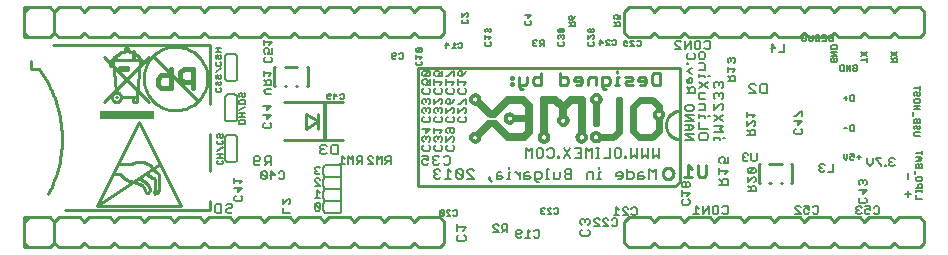
<source format=gbr>
G75*
G70*
%OFA0B0*%
%FSLAX24Y24*%
%IPPOS*%
%LPD*%
%AMOC8*
5,1,8,0,0,1.08239X$1,22.5*
%
%ADD10C,0.0080*%
%ADD11C,0.0100*%
%ADD12C,0.0060*%
%ADD13C,0.0050*%
%ADD14C,0.0070*%
%ADD15C,0.0240*%
%ADD16C,0.0120*%
%ADD17C,0.0220*%
%ADD18C,0.0260*%
%ADD19C,0.0140*%
%ADD20R,0.0150X0.1300*%
%ADD21R,0.1800X0.0300*%
%ADD22C,0.0160*%
D10*
X012523Y010395D02*
X012523Y010609D01*
X012576Y010662D01*
X012736Y010662D01*
X012736Y010342D01*
X012576Y010342D01*
X012523Y010395D01*
X012891Y010395D02*
X012945Y010342D01*
X013051Y010342D01*
X013105Y010395D01*
X013051Y010502D02*
X012945Y010502D01*
X012891Y010449D01*
X012891Y010395D01*
X013051Y010502D02*
X013105Y010555D01*
X013105Y010609D01*
X013051Y010662D01*
X012945Y010662D01*
X012891Y010609D01*
X013871Y011933D02*
X013819Y011986D01*
X013819Y012195D01*
X013871Y012247D01*
X013976Y012247D01*
X014028Y012195D01*
X014028Y012143D01*
X013976Y012090D01*
X013819Y012090D01*
X013871Y011933D02*
X013976Y011933D01*
X014028Y011986D01*
X014181Y011933D02*
X014286Y012038D01*
X014234Y012038D02*
X014391Y012038D01*
X014391Y011933D02*
X014391Y012247D01*
X014234Y012247D01*
X014181Y012195D01*
X014181Y012090D01*
X014234Y012038D01*
X016034Y012363D02*
X016087Y012309D01*
X016194Y012309D01*
X016247Y012363D01*
X016140Y012469D02*
X016087Y012469D01*
X016034Y012416D01*
X016034Y012363D01*
X016087Y012469D02*
X016034Y012523D01*
X016034Y012576D01*
X016087Y012629D01*
X016194Y012629D01*
X016247Y012576D01*
X016402Y012576D02*
X016455Y012629D01*
X016615Y012629D01*
X016615Y012309D01*
X016455Y012309D01*
X016402Y012363D01*
X016402Y012576D01*
X019421Y012262D02*
X019631Y012262D01*
X019631Y012105D01*
X019526Y012157D01*
X019474Y012157D01*
X019421Y012105D01*
X019421Y012001D01*
X019474Y011948D01*
X019578Y011948D01*
X019631Y012001D01*
X019784Y012001D02*
X019836Y011948D01*
X019941Y011948D01*
X019993Y012001D01*
X019889Y012105D02*
X019836Y012105D01*
X019784Y012053D01*
X019784Y012001D01*
X019836Y012105D02*
X019784Y012157D01*
X019784Y012210D01*
X019836Y012262D01*
X019941Y012262D01*
X019993Y012210D01*
X020146Y012210D02*
X020199Y012262D01*
X020303Y012262D01*
X020356Y012210D01*
X020356Y012001D01*
X020303Y011948D01*
X020199Y011948D01*
X020146Y012001D01*
X020298Y011812D02*
X020298Y011492D01*
X020405Y011492D02*
X020191Y011492D01*
X020036Y011545D02*
X019983Y011492D01*
X019876Y011492D01*
X019823Y011545D01*
X019823Y011599D01*
X019876Y011652D01*
X019930Y011652D01*
X019876Y011652D02*
X019823Y011705D01*
X019823Y011759D01*
X019876Y011812D01*
X019983Y011812D01*
X020036Y011759D01*
X020298Y011812D02*
X020405Y011705D01*
X020559Y011759D02*
X020773Y011545D01*
X020720Y011492D01*
X020613Y011492D01*
X020559Y011545D01*
X020559Y011759D01*
X020613Y011812D01*
X020720Y011812D01*
X020773Y011759D01*
X020773Y011545D01*
X020928Y011492D02*
X021141Y011492D01*
X020928Y011705D01*
X020928Y011759D01*
X020981Y011812D01*
X021088Y011812D01*
X021141Y011759D01*
X021648Y011545D02*
X021702Y011545D01*
X021702Y011492D01*
X021648Y011492D01*
X021648Y011545D01*
X021648Y011492D02*
X021755Y011385D01*
X021910Y011492D02*
X022070Y011492D01*
X022123Y011545D01*
X022070Y011599D01*
X021910Y011599D01*
X021910Y011652D02*
X021910Y011492D01*
X021910Y011652D02*
X021963Y011705D01*
X022070Y011705D01*
X022315Y011705D02*
X022315Y011492D01*
X022262Y011492D02*
X022369Y011492D01*
X022369Y011705D02*
X022315Y011705D01*
X022315Y011812D02*
X022315Y011866D01*
X022516Y011705D02*
X022569Y011705D01*
X022676Y011599D01*
X022676Y011705D02*
X022676Y011492D01*
X022831Y011492D02*
X022991Y011492D01*
X023044Y011545D01*
X022991Y011599D01*
X022831Y011599D01*
X022831Y011652D02*
X022831Y011492D01*
X022831Y011652D02*
X022884Y011705D01*
X022991Y011705D01*
X023199Y011705D02*
X023359Y011705D01*
X023412Y011652D01*
X023412Y011545D01*
X023359Y011492D01*
X023199Y011492D01*
X023199Y011439D02*
X023199Y011705D01*
X023551Y011492D02*
X023658Y011492D01*
X023604Y011492D02*
X023604Y011812D01*
X023658Y011812D01*
X023813Y011705D02*
X023813Y011492D01*
X023973Y011492D01*
X024026Y011545D01*
X024026Y011705D01*
X024181Y011705D02*
X024234Y011652D01*
X024394Y011652D01*
X024234Y011652D02*
X024181Y011599D01*
X024181Y011545D01*
X024234Y011492D01*
X024394Y011492D01*
X024394Y011812D01*
X024234Y011812D01*
X024181Y011759D01*
X024181Y011705D01*
X024918Y011652D02*
X024918Y011492D01*
X024918Y011652D02*
X024971Y011705D01*
X025131Y011705D01*
X025131Y011492D01*
X025270Y011492D02*
X025377Y011492D01*
X025323Y011492D02*
X025323Y011705D01*
X025377Y011705D01*
X025323Y011812D02*
X025323Y011866D01*
X025324Y012192D02*
X025220Y012192D01*
X025272Y012192D02*
X025272Y012506D01*
X025324Y012506D02*
X025220Y012506D01*
X025083Y012506D02*
X024978Y012401D01*
X024874Y012506D01*
X024874Y012192D01*
X024720Y012192D02*
X024511Y012192D01*
X024358Y012192D02*
X024149Y012506D01*
X024358Y012506D02*
X024149Y012192D01*
X023995Y012192D02*
X023943Y012192D01*
X023943Y012244D01*
X023995Y012244D01*
X023995Y012192D01*
X023814Y012244D02*
X023762Y012192D01*
X023657Y012192D01*
X023605Y012244D01*
X023452Y012244D02*
X023399Y012192D01*
X023295Y012192D01*
X023242Y012244D01*
X023242Y012454D01*
X023295Y012506D01*
X023399Y012506D01*
X023452Y012454D01*
X023452Y012244D01*
X023605Y012454D02*
X023657Y012506D01*
X023762Y012506D01*
X023814Y012454D01*
X023814Y012244D01*
X024511Y012506D02*
X024720Y012506D01*
X024720Y012192D01*
X024720Y012349D02*
X024616Y012349D01*
X025083Y012192D02*
X025083Y012506D01*
X025478Y012192D02*
X025687Y012192D01*
X025687Y012506D01*
X025840Y012454D02*
X025840Y012244D01*
X025892Y012192D01*
X025997Y012192D01*
X026049Y012244D01*
X026049Y012454D01*
X025997Y012506D01*
X025892Y012506D01*
X025840Y012454D01*
X026178Y012244D02*
X026178Y012192D01*
X026231Y012192D01*
X026231Y012244D01*
X026178Y012244D01*
X026384Y012192D02*
X026384Y012506D01*
X026593Y012506D02*
X026593Y012192D01*
X026489Y012297D01*
X026384Y012192D01*
X026746Y012192D02*
X026746Y012506D01*
X026956Y012506D02*
X026956Y012192D01*
X026851Y012297D01*
X026746Y012192D01*
X027109Y012192D02*
X027109Y012506D01*
X027318Y012506D02*
X027318Y012192D01*
X027213Y012297D01*
X027109Y012192D01*
X027005Y011812D02*
X027005Y011492D01*
X026850Y011545D02*
X026796Y011599D01*
X026636Y011599D01*
X026636Y011652D02*
X026636Y011492D01*
X026796Y011492D01*
X026850Y011545D01*
X026796Y011705D02*
X026690Y011705D01*
X026636Y011652D01*
X026481Y011652D02*
X026428Y011705D01*
X026268Y011705D01*
X026268Y011812D02*
X026268Y011492D01*
X026428Y011492D01*
X026481Y011545D01*
X026481Y011652D01*
X026113Y011652D02*
X026060Y011705D01*
X025953Y011705D01*
X025900Y011652D01*
X025900Y011599D01*
X026113Y011599D01*
X026113Y011652D02*
X026113Y011545D01*
X026060Y011492D01*
X025953Y011492D01*
X027005Y011812D02*
X027111Y011705D01*
X027218Y011812D01*
X027218Y011492D01*
X028648Y012845D02*
X028648Y012952D01*
X028701Y013005D01*
X028915Y013005D01*
X028968Y012952D01*
X028968Y012845D01*
X028915Y012792D01*
X028701Y012792D01*
X028648Y012845D01*
X029148Y012845D02*
X029362Y012845D01*
X029362Y012792D01*
X029468Y012845D02*
X029522Y012845D01*
X029468Y013037D02*
X029148Y013037D01*
X029148Y012899D02*
X029148Y012792D01*
X029468Y013037D02*
X029362Y013144D01*
X029468Y013251D01*
X029148Y013251D01*
X029148Y013406D02*
X029468Y013619D01*
X029415Y013774D02*
X029468Y013827D01*
X029468Y013934D01*
X029415Y013988D01*
X029362Y013988D01*
X029148Y013774D01*
X029148Y013988D01*
X029201Y014142D02*
X029148Y014196D01*
X029148Y014302D01*
X029201Y014356D01*
X029255Y014356D01*
X029308Y014302D01*
X029308Y014249D01*
X029308Y014302D02*
X029362Y014356D01*
X029415Y014356D01*
X029468Y014302D01*
X029468Y014196D01*
X029415Y014142D01*
X028862Y014142D02*
X028701Y014142D01*
X028648Y014196D01*
X028648Y014356D01*
X028862Y014356D01*
X028968Y014511D02*
X028648Y014724D01*
X028648Y014879D02*
X028648Y014986D01*
X028648Y014932D02*
X028862Y014932D01*
X028862Y014879D01*
X028968Y014932D02*
X029022Y014932D01*
X028968Y014724D02*
X028648Y014511D01*
X029148Y014564D02*
X029201Y014511D01*
X029148Y014564D02*
X029148Y014671D01*
X029201Y014724D01*
X029255Y014724D01*
X029308Y014671D01*
X029308Y014617D01*
X029308Y014671D02*
X029362Y014724D01*
X029415Y014724D01*
X029468Y014671D01*
X029468Y014564D01*
X029415Y014511D01*
X028862Y015124D02*
X028648Y015124D01*
X028862Y015124D02*
X028862Y015285D01*
X028808Y015338D01*
X028648Y015338D01*
X028701Y015493D02*
X028648Y015546D01*
X028648Y015653D01*
X028701Y015706D01*
X028808Y015706D01*
X028862Y015653D01*
X028862Y015546D01*
X028808Y015493D01*
X028701Y015493D01*
X030325Y014608D02*
X030379Y014661D01*
X030485Y014661D01*
X030539Y014608D01*
X030694Y014608D02*
X030747Y014661D01*
X030907Y014661D01*
X030907Y014341D01*
X030747Y014341D01*
X030694Y014394D01*
X030694Y014608D01*
X030539Y014341D02*
X030325Y014341D01*
X030325Y014555D02*
X030325Y014608D01*
X030325Y014555D02*
X030539Y014341D01*
X029468Y013406D02*
X029148Y013619D01*
X029022Y013582D02*
X028968Y013582D01*
X028862Y013582D02*
X028648Y013582D01*
X028648Y013529D02*
X028648Y013635D01*
X028648Y013774D02*
X028862Y013774D01*
X028862Y013934D01*
X028808Y013988D01*
X028648Y013988D01*
X028862Y013582D02*
X028862Y013529D01*
X028648Y013374D02*
X028648Y013160D01*
X028968Y013160D01*
X029372Y012214D02*
X029319Y012161D01*
X029319Y012057D01*
X029372Y012004D01*
X029476Y012004D02*
X029529Y012109D01*
X029529Y012161D01*
X029476Y012214D01*
X029372Y012214D01*
X029476Y012004D02*
X029633Y012004D01*
X029633Y012214D01*
X029633Y011746D02*
X029319Y011746D01*
X029319Y011642D02*
X029319Y011851D01*
X029529Y011642D02*
X029633Y011746D01*
X029581Y011489D02*
X029476Y011489D01*
X029424Y011436D01*
X029424Y011279D01*
X029319Y011279D02*
X029633Y011279D01*
X029633Y011436D01*
X029581Y011489D01*
X029424Y011384D02*
X029319Y011489D01*
X025012Y010105D02*
X025012Y010000D01*
X024960Y009948D01*
X024855Y010053D02*
X024855Y010105D01*
X024803Y010157D01*
X024750Y010157D01*
X024698Y010105D01*
X024698Y010000D01*
X024750Y009948D01*
X024750Y009795D02*
X024698Y009743D01*
X024698Y009638D01*
X024750Y009586D01*
X024960Y009586D01*
X025012Y009638D01*
X025012Y009743D01*
X024960Y009795D01*
X025012Y010105D02*
X024960Y010157D01*
X024907Y010157D01*
X024855Y010105D01*
X023306Y011385D02*
X023252Y011385D01*
X023199Y011439D01*
X023089Y012192D02*
X023089Y012506D01*
X022985Y012401D01*
X022880Y012506D01*
X022880Y012192D01*
X020888Y009869D02*
X020574Y009869D01*
X020574Y009764D02*
X020574Y009974D01*
X020783Y009764D02*
X020888Y009869D01*
X020836Y009611D02*
X020888Y009559D01*
X020888Y009454D01*
X020836Y009402D01*
X020626Y009402D01*
X020574Y009454D01*
X020574Y009559D01*
X020626Y009611D01*
X035511Y010990D02*
X035725Y010990D01*
X035618Y010884D02*
X035618Y011097D01*
X035618Y011474D02*
X035618Y011687D01*
D11*
X006308Y009202D02*
X006158Y009202D01*
X006158Y009352D01*
X006308Y009202D01*
X007008Y009202D01*
X007158Y009352D01*
X007158Y010052D01*
X007008Y010202D01*
X006308Y010202D01*
X006158Y010202D01*
X006158Y010052D01*
X006308Y010202D01*
X006158Y010052D02*
X006158Y009352D01*
X007158Y009352D02*
X007308Y009202D01*
X008008Y009202D01*
X008158Y009352D01*
X008308Y009202D01*
X009008Y009202D01*
X009158Y009352D01*
X009308Y009202D01*
X010008Y009202D01*
X010158Y009352D01*
X010308Y009202D01*
X011008Y009202D01*
X011158Y009352D01*
X011308Y009202D01*
X012008Y009202D01*
X012158Y009352D01*
X012308Y009202D01*
X013008Y009202D01*
X013158Y009352D01*
X013308Y009202D01*
X014008Y009202D01*
X014158Y009352D01*
X014308Y009202D01*
X015008Y009202D01*
X015158Y009352D01*
X015308Y009202D01*
X016008Y009202D01*
X016158Y009352D01*
X016308Y009202D01*
X017008Y009202D01*
X017158Y009352D01*
X017308Y009202D01*
X018008Y009202D01*
X018158Y009352D01*
X018308Y009202D01*
X019008Y009202D01*
X019158Y009352D01*
X019308Y009202D01*
X020008Y009202D01*
X020158Y009352D01*
X020158Y010052D01*
X020008Y010202D01*
X019308Y010202D01*
X019158Y010052D01*
X019008Y010202D01*
X018308Y010202D01*
X018158Y010052D01*
X018008Y010202D01*
X017308Y010202D01*
X017158Y010052D01*
X017008Y010202D01*
X016308Y010202D01*
X016158Y010052D01*
X016008Y010202D01*
X015308Y010202D01*
X015158Y010052D01*
X015008Y010202D01*
X014308Y010202D01*
X014158Y010052D01*
X014008Y010202D01*
X013308Y010202D01*
X013158Y010052D01*
X013008Y010202D01*
X012308Y010202D01*
X012158Y010052D01*
X012008Y010202D01*
X011308Y010202D01*
X011158Y010052D01*
X011008Y010202D01*
X010308Y010202D01*
X010158Y010052D01*
X010008Y010202D01*
X009308Y010202D01*
X009158Y010052D01*
X009008Y010202D01*
X008308Y010202D01*
X008158Y010052D01*
X008008Y010202D01*
X007308Y010202D01*
X007158Y010052D01*
X007516Y010438D02*
X012358Y010438D01*
X012358Y010733D01*
X011388Y010599D02*
X008588Y010599D01*
X010688Y011974D01*
X010463Y011825D02*
X010483Y011795D01*
X010505Y011768D01*
X010531Y011742D01*
X010558Y011720D01*
X010588Y011700D01*
X010588Y011699D02*
X010606Y011688D01*
X010623Y011673D01*
X010637Y011656D01*
X010648Y011637D01*
X010656Y011617D01*
X010661Y011596D01*
X010663Y011574D01*
X010663Y011149D01*
X010538Y011099D02*
X010513Y011099D01*
X010513Y011499D01*
X010476Y011507D01*
X010440Y011517D01*
X010406Y011531D01*
X010373Y011548D01*
X010341Y011568D01*
X010312Y011591D01*
X010285Y011616D01*
X010260Y011644D01*
X010238Y011674D01*
X010463Y011824D02*
X010436Y011859D01*
X010407Y011892D01*
X010375Y011922D01*
X010341Y011950D01*
X010305Y011975D01*
X010266Y011997D01*
X010226Y012015D01*
X010185Y012031D01*
X010142Y012042D01*
X010099Y012050D01*
X010055Y012055D01*
X010011Y012056D01*
X009967Y012053D01*
X009923Y012047D01*
X009880Y012037D01*
X009838Y012023D01*
X009752Y011999D02*
X009288Y011999D01*
X009988Y013399D01*
X011388Y010599D01*
X010588Y011049D02*
X010586Y011062D01*
X010581Y011074D01*
X010573Y011084D01*
X010563Y011092D01*
X010551Y011097D01*
X010538Y011099D01*
X010513Y011099D02*
X010503Y011097D01*
X010495Y011092D01*
X010490Y011084D01*
X010488Y011074D01*
X010488Y011024D01*
X010490Y011014D01*
X010495Y011006D01*
X010503Y011001D01*
X010513Y010999D01*
X010536Y011001D01*
X010559Y011006D01*
X010581Y011015D01*
X010601Y011028D01*
X010619Y011043D01*
X010634Y011061D01*
X010647Y011081D01*
X010656Y011103D01*
X010661Y011126D01*
X010663Y011149D01*
X010288Y011024D02*
X010228Y011024D01*
X010288Y011024D02*
X010305Y011032D01*
X010319Y011043D01*
X010330Y011057D01*
X010338Y011074D01*
X010346Y011094D01*
X010351Y011115D01*
X010353Y011137D01*
X010351Y011159D01*
X010346Y011180D01*
X010338Y011200D01*
X010212Y011024D02*
X010209Y011060D01*
X010201Y011095D01*
X010189Y011129D01*
X010174Y011162D01*
X010156Y011193D01*
X010134Y011222D01*
X010110Y011248D01*
X010082Y011272D01*
X010053Y011293D01*
X010021Y011310D01*
X009987Y011324D01*
X009962Y011499D02*
X010006Y011488D01*
X010049Y011473D01*
X010090Y011454D01*
X010130Y011432D01*
X010167Y011407D01*
X010203Y011379D01*
X010236Y011348D01*
X010266Y011314D01*
X010293Y011278D01*
X010317Y011239D01*
X010338Y011199D01*
X009763Y011399D02*
X009721Y011406D01*
X009680Y011416D01*
X009641Y011429D01*
X009602Y011446D01*
X009565Y011466D01*
X009530Y011489D01*
X009497Y011515D01*
X009466Y011543D01*
X009438Y011574D01*
X009238Y011649D02*
X009113Y011649D01*
X009288Y011999D01*
X009113Y011649D02*
X008588Y010599D01*
X009238Y011650D02*
X009266Y011651D01*
X009293Y011649D01*
X009320Y011644D01*
X009347Y011636D01*
X009372Y011625D01*
X009396Y011611D01*
X009418Y011594D01*
X009438Y011575D01*
X009753Y012000D02*
X009771Y011999D01*
X009789Y012001D01*
X009806Y012007D01*
X009823Y012014D01*
X009838Y012025D01*
X012358Y011757D02*
X012358Y012997D01*
X012358Y013981D02*
X012358Y015950D01*
X007122Y015950D01*
X007008Y016202D02*
X006308Y016202D01*
X006158Y016202D01*
X006158Y016352D01*
X006308Y016202D01*
X006158Y016352D02*
X006158Y017052D01*
X006158Y017202D01*
X006308Y017202D01*
X007008Y017202D01*
X007158Y017052D01*
X007158Y016352D01*
X007308Y016202D01*
X008008Y016202D01*
X008158Y016352D01*
X008308Y016202D01*
X009008Y016202D01*
X009158Y016352D01*
X009308Y016202D01*
X010008Y016202D01*
X010158Y016352D01*
X010308Y016202D01*
X011008Y016202D01*
X011158Y016352D01*
X011308Y016202D01*
X012008Y016202D01*
X012158Y016352D01*
X012308Y016202D01*
X013008Y016202D01*
X013158Y016352D01*
X013308Y016202D01*
X014008Y016202D01*
X014158Y016352D01*
X014308Y016202D01*
X015008Y016202D01*
X015158Y016352D01*
X015308Y016202D01*
X016008Y016202D01*
X016158Y016352D01*
X016308Y016202D01*
X017008Y016202D01*
X017158Y016352D01*
X017308Y016202D01*
X018008Y016202D01*
X018158Y016352D01*
X018308Y016202D01*
X019008Y016202D01*
X019158Y016352D01*
X019308Y016202D01*
X020008Y016202D01*
X020158Y016352D01*
X020158Y017052D01*
X020008Y017202D01*
X019308Y017202D01*
X019158Y017052D01*
X019008Y017202D01*
X018308Y017202D01*
X018158Y017052D01*
X018008Y017202D01*
X017308Y017202D01*
X017158Y017052D01*
X017008Y017202D01*
X016308Y017202D01*
X016158Y017052D01*
X016008Y017202D01*
X015308Y017202D01*
X015158Y017052D01*
X015008Y017202D01*
X014308Y017202D01*
X014158Y017052D01*
X014008Y017202D01*
X013308Y017202D01*
X013158Y017052D01*
X013008Y017202D01*
X012308Y017202D01*
X012158Y017052D01*
X012008Y017202D01*
X011308Y017202D01*
X011158Y017052D01*
X011008Y017202D01*
X010308Y017202D01*
X010158Y017052D01*
X010008Y017202D01*
X009308Y017202D01*
X009158Y017052D01*
X009008Y017202D01*
X008308Y017202D01*
X008158Y017052D01*
X008008Y017202D01*
X007308Y017202D01*
X007158Y017052D01*
X006308Y017202D02*
X006158Y017052D01*
X007008Y016202D02*
X007158Y016352D01*
X006374Y015418D02*
X006374Y015163D01*
X006649Y015163D01*
X008836Y015561D02*
X009136Y015261D01*
X010336Y014061D01*
X009936Y014061D02*
X009786Y014061D01*
X009786Y014211D01*
X009936Y014211D01*
X009936Y014061D01*
X009936Y014211D02*
X010036Y015461D01*
X009836Y015461D01*
X009836Y015761D01*
X009786Y015761D01*
X009786Y015461D01*
X009136Y015461D01*
X009206Y014371D01*
X009078Y014211D02*
X009080Y014236D01*
X009086Y014261D01*
X009096Y014284D01*
X009110Y014306D01*
X009127Y014325D01*
X009146Y014341D01*
X009168Y014354D01*
X009192Y014363D01*
X009217Y014368D01*
X009242Y014369D01*
X009268Y014366D01*
X009292Y014359D01*
X009315Y014348D01*
X009336Y014333D01*
X009354Y014316D01*
X009370Y014295D01*
X009381Y014273D01*
X009389Y014249D01*
X009393Y014224D01*
X009393Y014198D01*
X009389Y014173D01*
X009381Y014149D01*
X009370Y014127D01*
X009354Y014106D01*
X009336Y014089D01*
X009315Y014074D01*
X009292Y014063D01*
X009268Y014056D01*
X009242Y014053D01*
X009217Y014054D01*
X009192Y014059D01*
X009168Y014068D01*
X009146Y014081D01*
X009127Y014097D01*
X009110Y014116D01*
X009096Y014138D01*
X009086Y014161D01*
X009080Y014186D01*
X009078Y014211D01*
X009226Y014211D02*
X009228Y014217D01*
X009233Y014221D01*
X009239Y014221D01*
X009244Y014217D01*
X009246Y014211D01*
X009244Y014205D01*
X009239Y014201D01*
X009233Y014201D01*
X009228Y014205D01*
X009226Y014211D01*
X009396Y014211D02*
X009786Y014211D01*
X008836Y014061D02*
X010336Y015561D01*
X010455Y015581D02*
X011951Y014085D01*
X010140Y014833D02*
X010144Y014930D01*
X010158Y015026D01*
X010179Y015120D01*
X010210Y015212D01*
X010248Y015300D01*
X010295Y015385D01*
X010349Y015466D01*
X010410Y015541D01*
X010477Y015610D01*
X010551Y015673D01*
X010630Y015728D01*
X010714Y015777D01*
X010802Y015817D01*
X010893Y015850D01*
X010987Y015874D01*
X011082Y015889D01*
X011179Y015896D01*
X011276Y015894D01*
X011372Y015883D01*
X011466Y015863D01*
X011559Y015835D01*
X011649Y015798D01*
X011734Y015754D01*
X011816Y015701D01*
X011892Y015642D01*
X011963Y015576D01*
X012028Y015504D01*
X012085Y015426D01*
X012135Y015343D01*
X012178Y015257D01*
X012212Y015166D01*
X012239Y015073D01*
X012256Y014978D01*
X012265Y014881D01*
X012265Y014785D01*
X012256Y014688D01*
X012239Y014593D01*
X012212Y014500D01*
X012178Y014409D01*
X012135Y014323D01*
X012085Y014240D01*
X012028Y014162D01*
X011963Y014090D01*
X011892Y014024D01*
X011816Y013965D01*
X011735Y013912D01*
X011649Y013868D01*
X011559Y013831D01*
X011466Y013803D01*
X011372Y013783D01*
X011276Y013772D01*
X011179Y013770D01*
X011082Y013777D01*
X010987Y013792D01*
X010893Y013816D01*
X010802Y013849D01*
X010714Y013889D01*
X010630Y013938D01*
X010551Y013993D01*
X010477Y014056D01*
X010410Y014125D01*
X010349Y014200D01*
X010295Y014281D01*
X010248Y014366D01*
X010210Y014454D01*
X010179Y014546D01*
X010158Y014640D01*
X010144Y014736D01*
X010140Y014833D01*
X009636Y015111D02*
X009336Y015111D01*
X009336Y015211D01*
X009636Y015211D01*
X009636Y015111D01*
X010036Y015461D02*
X010014Y015500D01*
X009989Y015537D01*
X009961Y015571D01*
X009930Y015603D01*
X009896Y015632D01*
X009860Y015658D01*
X009821Y015680D01*
X009781Y015700D01*
X009739Y015715D01*
X009696Y015727D01*
X009653Y015735D01*
X009608Y015739D01*
X009564Y015739D01*
X009519Y015735D01*
X009476Y015727D01*
X009433Y015715D01*
X009391Y015700D01*
X009351Y015680D01*
X009312Y015658D01*
X009276Y015632D01*
X009242Y015603D01*
X009211Y015571D01*
X009183Y015537D01*
X009158Y015500D01*
X009136Y015461D01*
X009086Y015461D01*
X009036Y015411D01*
X009036Y015261D01*
X009136Y015261D01*
X009136Y015511D02*
X009138Y015525D01*
X009144Y015538D01*
X009153Y015549D01*
X009165Y015556D01*
X009179Y015560D01*
X009193Y015560D01*
X009207Y015556D01*
X009219Y015549D01*
X009228Y015538D01*
X009234Y015525D01*
X009236Y015511D01*
X009234Y015497D01*
X009228Y015484D01*
X009219Y015473D01*
X009207Y015466D01*
X009193Y015462D01*
X009179Y015462D01*
X009165Y015466D01*
X009153Y015473D01*
X009144Y015484D01*
X009138Y015497D01*
X009136Y015511D01*
X009536Y015761D02*
X009536Y015861D01*
X009636Y015861D01*
X009636Y015761D01*
X009536Y015761D01*
X009786Y015461D02*
X009836Y015461D01*
X010036Y015461D02*
X010086Y015461D01*
X014498Y015221D02*
X014498Y014583D01*
X014535Y014583D01*
X014852Y014583D02*
X014890Y014583D01*
X015226Y014583D02*
X015264Y014583D01*
X015581Y014583D02*
X015618Y014583D01*
X015618Y015221D01*
X015581Y015221D01*
X015264Y015221D02*
X014852Y015221D01*
X014535Y015221D02*
X014498Y015221D01*
X014824Y014033D02*
X016792Y014033D01*
X015958Y013652D02*
X015958Y013152D01*
X015958Y013402D02*
X015558Y013152D01*
X015558Y013652D01*
X015958Y013402D01*
X016792Y012770D02*
X014824Y012770D01*
X019288Y011233D02*
X019288Y015170D01*
X028028Y015170D01*
X028028Y011391D01*
X027871Y011233D01*
X019288Y011233D01*
X022647Y014534D02*
X022713Y014467D01*
X022780Y014467D01*
X022647Y014534D02*
X022647Y014867D01*
X022453Y014867D02*
X022453Y014800D01*
X022386Y014800D01*
X022386Y014867D01*
X022453Y014867D01*
X022453Y014667D02*
X022386Y014667D01*
X022386Y014600D01*
X022453Y014600D01*
X022453Y014667D01*
X022647Y014600D02*
X022847Y014600D01*
X022914Y014667D01*
X022914Y014867D01*
X023107Y014800D02*
X023174Y014867D01*
X023374Y014867D01*
X023374Y015001D02*
X023374Y014600D01*
X023174Y014600D01*
X023107Y014667D01*
X023107Y014800D01*
X024028Y014867D02*
X024228Y014867D01*
X024295Y014800D01*
X024295Y014667D01*
X024228Y014600D01*
X024028Y014600D01*
X024028Y015001D01*
X024488Y014800D02*
X024488Y014734D01*
X024755Y014734D01*
X024755Y014800D02*
X024688Y014867D01*
X024555Y014867D01*
X024488Y014800D01*
X024555Y014600D02*
X024688Y014600D01*
X024755Y014667D01*
X024755Y014800D01*
X024948Y014800D02*
X024948Y014600D01*
X024948Y014800D02*
X025015Y014867D01*
X025215Y014867D01*
X025215Y014600D01*
X025409Y014600D02*
X025609Y014600D01*
X025676Y014667D01*
X025676Y014800D01*
X025609Y014867D01*
X025409Y014867D01*
X025409Y014534D01*
X025476Y014467D01*
X025542Y014467D01*
X025849Y014600D02*
X025983Y014600D01*
X025916Y014600D02*
X025916Y014867D01*
X025983Y014867D01*
X025916Y015001D02*
X025916Y015067D01*
X026176Y014867D02*
X026376Y014867D01*
X026443Y014800D01*
X026376Y014734D01*
X026243Y014734D01*
X026176Y014667D01*
X026243Y014600D01*
X026443Y014600D01*
X026636Y014734D02*
X026903Y014734D01*
X026903Y014800D02*
X026837Y014867D01*
X026703Y014867D01*
X026636Y014800D01*
X026636Y014734D01*
X026703Y014600D02*
X026837Y014600D01*
X026903Y014667D01*
X026903Y014800D01*
X027097Y014667D02*
X027097Y014934D01*
X027163Y015001D01*
X027364Y015001D01*
X027364Y014600D01*
X027163Y014600D01*
X027097Y014667D01*
X026055Y014188D02*
X026055Y014158D01*
X026055Y014188D02*
X025915Y014188D01*
X025915Y014158D01*
X025285Y013298D02*
X025285Y013268D01*
X025165Y013268D01*
X025165Y013298D01*
X028028Y013753D02*
X027986Y013751D01*
X027944Y013745D01*
X027902Y013736D01*
X027862Y013723D01*
X027823Y013706D01*
X027786Y013686D01*
X027751Y013663D01*
X027717Y013636D01*
X027687Y013607D01*
X027659Y013575D01*
X027634Y013541D01*
X027612Y013505D01*
X027594Y013467D01*
X027579Y013427D01*
X027568Y013386D01*
X027560Y013344D01*
X027556Y013302D01*
X027556Y013260D01*
X027560Y013218D01*
X027568Y013176D01*
X027579Y013135D01*
X027594Y013095D01*
X027612Y013057D01*
X027634Y013021D01*
X027659Y012987D01*
X027687Y012955D01*
X027717Y012926D01*
X027751Y012899D01*
X027786Y012876D01*
X027823Y012856D01*
X027862Y012839D01*
X027902Y012826D01*
X027944Y012817D01*
X027986Y012811D01*
X028028Y012809D01*
X028291Y011942D02*
X028291Y011542D01*
X028158Y011542D02*
X028425Y011542D01*
X028618Y011609D02*
X028618Y011942D01*
X028425Y011809D02*
X028291Y011942D01*
X028618Y011609D02*
X028685Y011542D01*
X028818Y011542D01*
X028885Y011609D01*
X028885Y011942D01*
X027444Y011666D02*
X027446Y011693D01*
X027452Y011719D01*
X027462Y011745D01*
X027475Y011768D01*
X027492Y011789D01*
X027512Y011808D01*
X027535Y011823D01*
X027559Y011834D01*
X027585Y011842D01*
X027611Y011846D01*
X027639Y011846D01*
X027665Y011842D01*
X027691Y011834D01*
X027716Y011823D01*
X027738Y011808D01*
X027758Y011789D01*
X027775Y011768D01*
X027788Y011745D01*
X027798Y011719D01*
X027804Y011693D01*
X027806Y011666D01*
X027804Y011639D01*
X027798Y011613D01*
X027788Y011587D01*
X027775Y011564D01*
X027758Y011543D01*
X027738Y011524D01*
X027715Y011509D01*
X027691Y011498D01*
X027665Y011490D01*
X027639Y011486D01*
X027611Y011486D01*
X027585Y011490D01*
X027559Y011498D01*
X027534Y011509D01*
X027512Y011524D01*
X027492Y011543D01*
X027475Y011564D01*
X027462Y011587D01*
X027452Y011613D01*
X027446Y011639D01*
X027444Y011666D01*
X027308Y010202D02*
X028008Y010202D01*
X028158Y010052D01*
X028308Y010202D01*
X029008Y010202D01*
X029158Y010052D01*
X029308Y010202D01*
X030008Y010202D01*
X030158Y010052D01*
X030308Y010202D01*
X031008Y010202D01*
X031158Y010052D01*
X031308Y010202D01*
X032008Y010202D01*
X032158Y010052D01*
X032308Y010202D01*
X033008Y010202D01*
X033158Y010052D01*
X033308Y010202D01*
X034008Y010202D01*
X034158Y010052D01*
X034308Y010202D01*
X035008Y010202D01*
X035158Y010052D01*
X035308Y010202D01*
X036008Y010202D01*
X036158Y010052D01*
X036158Y009352D01*
X036008Y009202D01*
X035308Y009202D01*
X035158Y009352D01*
X035008Y009202D01*
X034308Y009202D01*
X034158Y009352D01*
X034008Y009202D01*
X033308Y009202D01*
X033158Y009352D01*
X033008Y009202D01*
X032308Y009202D01*
X032158Y009352D01*
X032008Y009202D01*
X031308Y009202D01*
X031158Y009352D01*
X031008Y009202D01*
X030308Y009202D01*
X030158Y009352D01*
X030008Y009202D01*
X029308Y009202D01*
X029158Y009352D01*
X029008Y009202D01*
X028308Y009202D01*
X028158Y009352D01*
X028008Y009202D01*
X027308Y009202D01*
X027158Y009352D01*
X027008Y009202D01*
X026308Y009202D01*
X026158Y009352D01*
X026158Y010052D01*
X026308Y010202D01*
X027008Y010202D01*
X027158Y010052D01*
X027308Y010202D01*
X030648Y011333D02*
X030648Y011971D01*
X030685Y011971D01*
X031002Y011971D02*
X031414Y011971D01*
X031731Y011971D02*
X031768Y011971D01*
X031768Y011333D01*
X031731Y011333D01*
X031414Y011333D02*
X031376Y011333D01*
X031040Y011333D02*
X031002Y011333D01*
X030685Y011333D02*
X030648Y011333D01*
X030308Y016202D02*
X030158Y016352D01*
X030008Y016202D01*
X029308Y016202D01*
X029158Y016352D01*
X029008Y016202D01*
X028308Y016202D01*
X028158Y016352D01*
X028008Y016202D01*
X027308Y016202D01*
X027158Y016352D01*
X027008Y016202D01*
X026308Y016202D01*
X026158Y016352D01*
X026158Y017052D01*
X026308Y017202D01*
X027008Y017202D01*
X027158Y017052D01*
X027308Y017202D01*
X028008Y017202D01*
X028158Y017052D01*
X028308Y017202D01*
X029008Y017202D01*
X029158Y017052D01*
X029308Y017202D01*
X030008Y017202D01*
X030158Y017052D01*
X030308Y017202D01*
X031008Y017202D01*
X031158Y017052D01*
X031308Y017202D01*
X032008Y017202D01*
X032158Y017052D01*
X032308Y017202D01*
X033008Y017202D01*
X033158Y017052D01*
X033308Y017202D01*
X034008Y017202D01*
X034158Y017052D01*
X034308Y017202D01*
X035008Y017202D01*
X035158Y017052D01*
X035308Y017202D01*
X036008Y017202D01*
X036158Y017052D01*
X036158Y016352D01*
X036008Y016202D01*
X035308Y016202D01*
X035158Y016352D01*
X035008Y016202D01*
X034308Y016202D01*
X034158Y016352D01*
X034008Y016202D01*
X033308Y016202D01*
X033158Y016352D01*
X033008Y016202D01*
X032308Y016202D01*
X032158Y016352D01*
X032008Y016202D01*
X031308Y016202D01*
X031158Y016352D01*
X031008Y016202D01*
X030308Y016202D01*
X009988Y011324D02*
X009930Y011343D01*
X009872Y011359D01*
X009813Y011374D01*
X006965Y010990D02*
X007021Y011102D01*
X007074Y011217D01*
X007124Y011333D01*
X007170Y011450D01*
X007211Y011569D01*
X007250Y011689D01*
X007284Y011810D01*
X007314Y011932D01*
X007341Y012056D01*
X007363Y012180D01*
X007382Y012304D01*
X007396Y012429D01*
X007407Y012555D01*
X007413Y012681D01*
X007416Y012807D01*
X007415Y012933D01*
X007409Y013059D01*
X007400Y013184D01*
X007386Y013310D01*
X007369Y013434D01*
X007347Y013559D01*
X007322Y013682D01*
X007292Y013804D01*
X007259Y013926D01*
X007222Y014046D01*
X007181Y014166D01*
X007137Y014283D01*
X007088Y014400D01*
X007036Y014515D01*
X006981Y014628D01*
X006921Y014739D01*
X006859Y014848D01*
X006792Y014955D01*
X006723Y015060D01*
X006650Y015163D01*
D12*
X012858Y014852D02*
X012858Y015552D01*
X012860Y015572D01*
X012866Y015590D01*
X012875Y015608D01*
X012887Y015623D01*
X012902Y015635D01*
X012920Y015644D01*
X012938Y015650D01*
X012958Y015652D01*
X013158Y015652D01*
X013178Y015650D01*
X013196Y015644D01*
X013214Y015635D01*
X013229Y015623D01*
X013241Y015608D01*
X013250Y015590D01*
X013256Y015572D01*
X013258Y015552D01*
X013258Y014852D01*
X013256Y014832D01*
X013250Y014814D01*
X013241Y014796D01*
X013229Y014781D01*
X013214Y014769D01*
X013196Y014760D01*
X013178Y014754D01*
X013158Y014752D01*
X012958Y014752D01*
X012938Y014754D01*
X012920Y014760D01*
X012902Y014769D01*
X012887Y014781D01*
X012875Y014796D01*
X012866Y014814D01*
X012860Y014832D01*
X012858Y014852D01*
X012958Y014302D02*
X013158Y014302D01*
X013178Y014300D01*
X013196Y014294D01*
X013214Y014285D01*
X013229Y014273D01*
X013241Y014258D01*
X013250Y014240D01*
X013256Y014222D01*
X013258Y014202D01*
X013258Y013502D01*
X013256Y013482D01*
X013250Y013464D01*
X013241Y013446D01*
X013229Y013431D01*
X013214Y013419D01*
X013196Y013410D01*
X013178Y013404D01*
X013158Y013402D01*
X012958Y013402D01*
X012938Y013404D01*
X012920Y013410D01*
X012902Y013419D01*
X012887Y013431D01*
X012875Y013446D01*
X012866Y013464D01*
X012860Y013482D01*
X012858Y013502D01*
X012858Y014202D01*
X012860Y014222D01*
X012866Y014240D01*
X012875Y014258D01*
X012887Y014273D01*
X012902Y014285D01*
X012920Y014294D01*
X012938Y014300D01*
X012958Y014302D01*
X014140Y014412D02*
X014227Y014499D01*
X014400Y014499D01*
X014400Y014620D02*
X014400Y014750D01*
X014357Y014793D01*
X014270Y014793D01*
X014227Y014750D01*
X014227Y014620D01*
X014227Y014707D02*
X014140Y014793D01*
X014140Y014915D02*
X014140Y015088D01*
X014140Y015001D02*
X014400Y015001D01*
X014313Y014915D01*
X014400Y014620D02*
X014140Y014620D01*
X014140Y014412D02*
X014227Y014325D01*
X014400Y014325D01*
X014268Y013945D02*
X014268Y013771D01*
X014398Y013901D01*
X014138Y013901D01*
X014268Y013650D02*
X014268Y013477D01*
X014398Y013607D01*
X014138Y013607D01*
X014181Y013355D02*
X014138Y013312D01*
X014138Y013225D01*
X014181Y013182D01*
X014355Y013182D01*
X014398Y013225D01*
X014398Y013312D01*
X014355Y013355D01*
X013258Y012852D02*
X013258Y012152D01*
X013256Y012132D01*
X013250Y012114D01*
X013241Y012096D01*
X013229Y012081D01*
X013214Y012069D01*
X013196Y012060D01*
X013178Y012054D01*
X013158Y012052D01*
X012958Y012052D01*
X012938Y012054D01*
X012920Y012060D01*
X012902Y012069D01*
X012887Y012081D01*
X012875Y012096D01*
X012866Y012114D01*
X012860Y012132D01*
X012858Y012152D01*
X012858Y012852D01*
X012860Y012872D01*
X012866Y012890D01*
X012875Y012908D01*
X012887Y012923D01*
X012902Y012935D01*
X012920Y012944D01*
X012938Y012950D01*
X012958Y012952D01*
X013158Y012952D01*
X013178Y012950D01*
X013196Y012944D01*
X013214Y012935D01*
X013229Y012923D01*
X013241Y012908D01*
X013250Y012890D01*
X013256Y012872D01*
X013258Y012852D01*
X014109Y011742D02*
X014065Y011699D01*
X014239Y011525D01*
X014195Y011482D01*
X014109Y011482D01*
X014065Y011525D01*
X014065Y011699D01*
X014109Y011742D02*
X014195Y011742D01*
X014239Y011699D01*
X014239Y011525D01*
X014360Y011612D02*
X014533Y011612D01*
X014403Y011742D01*
X014403Y011482D01*
X014655Y011525D02*
X014698Y011482D01*
X014785Y011482D01*
X014828Y011525D01*
X014828Y011699D01*
X014785Y011742D01*
X014698Y011742D01*
X014655Y011699D01*
X015842Y011720D02*
X015842Y011677D01*
X015885Y011634D01*
X015972Y011634D01*
X016015Y011677D01*
X015928Y011764D02*
X015885Y011764D01*
X015842Y011720D01*
X015885Y011764D02*
X015842Y011807D01*
X015842Y011850D01*
X015885Y011894D01*
X015972Y011894D01*
X016015Y011850D01*
X016138Y011852D02*
X016138Y011652D01*
X016140Y011632D01*
X016146Y011614D01*
X016155Y011596D01*
X016167Y011581D01*
X016182Y011569D01*
X016200Y011560D01*
X016218Y011554D01*
X016238Y011552D01*
X016438Y011552D01*
X016638Y011552D01*
X016438Y011552D01*
X016238Y011552D01*
X016218Y011550D01*
X016200Y011544D01*
X016182Y011535D01*
X016167Y011523D01*
X016155Y011508D01*
X016146Y011490D01*
X016140Y011472D01*
X016138Y011452D01*
X016138Y011252D01*
X016140Y011232D01*
X016146Y011214D01*
X016155Y011196D01*
X016167Y011181D01*
X016182Y011169D01*
X016200Y011160D01*
X016218Y011154D01*
X016238Y011152D01*
X016438Y011152D01*
X016638Y011152D01*
X016438Y011152D01*
X016238Y011152D01*
X016218Y011150D01*
X016200Y011144D01*
X016182Y011135D01*
X016167Y011123D01*
X016155Y011108D01*
X016146Y011090D01*
X016140Y011072D01*
X016138Y011052D01*
X016138Y010852D01*
X016140Y010832D01*
X016146Y010814D01*
X016155Y010796D01*
X016167Y010781D01*
X016182Y010769D01*
X016200Y010760D01*
X016218Y010754D01*
X016238Y010752D01*
X016438Y010752D01*
X016638Y010752D01*
X016438Y010752D01*
X016238Y010752D01*
X016218Y010750D01*
X016200Y010744D01*
X016182Y010735D01*
X016167Y010723D01*
X016155Y010708D01*
X016146Y010690D01*
X016140Y010672D01*
X016138Y010652D01*
X016138Y010452D01*
X016140Y010432D01*
X016146Y010414D01*
X016155Y010396D01*
X016167Y010381D01*
X016182Y010369D01*
X016200Y010360D01*
X016218Y010354D01*
X016238Y010352D01*
X016438Y010352D01*
X016638Y010352D01*
X016658Y010354D01*
X016676Y010360D01*
X016694Y010369D01*
X016709Y010381D01*
X016721Y010396D01*
X016730Y010414D01*
X016736Y010432D01*
X016738Y010452D01*
X016738Y010652D01*
X016736Y010672D01*
X016730Y010690D01*
X016721Y010708D01*
X016709Y010723D01*
X016694Y010735D01*
X016676Y010744D01*
X016658Y010750D01*
X016638Y010752D01*
X016658Y010754D01*
X016676Y010760D01*
X016694Y010769D01*
X016709Y010781D01*
X016721Y010796D01*
X016730Y010814D01*
X016736Y010832D01*
X016738Y010852D01*
X016738Y011052D01*
X016736Y011072D01*
X016730Y011090D01*
X016721Y011108D01*
X016709Y011123D01*
X016694Y011135D01*
X016676Y011144D01*
X016658Y011150D01*
X016638Y011152D01*
X016658Y011154D01*
X016676Y011160D01*
X016694Y011169D01*
X016709Y011181D01*
X016721Y011196D01*
X016730Y011214D01*
X016736Y011232D01*
X016738Y011252D01*
X016738Y011452D01*
X016736Y011472D01*
X016730Y011490D01*
X016721Y011508D01*
X016709Y011523D01*
X016694Y011535D01*
X016676Y011544D01*
X016658Y011550D01*
X016638Y011552D01*
X016658Y011554D01*
X016676Y011560D01*
X016694Y011569D01*
X016709Y011581D01*
X016721Y011596D01*
X016730Y011614D01*
X016736Y011632D01*
X016738Y011652D01*
X016738Y011852D01*
X016736Y011872D01*
X016730Y011890D01*
X016721Y011908D01*
X016709Y011923D01*
X016694Y011935D01*
X016676Y011944D01*
X016658Y011950D01*
X016638Y011952D01*
X016438Y011952D01*
X016238Y011952D01*
X016218Y011950D01*
X016200Y011944D01*
X016182Y011935D01*
X016167Y011923D01*
X016155Y011908D01*
X016146Y011890D01*
X016140Y011872D01*
X016138Y011852D01*
X015976Y011505D02*
X016020Y011462D01*
X015976Y011505D02*
X015890Y011505D01*
X015846Y011462D01*
X015846Y011418D01*
X016020Y011245D01*
X015846Y011245D01*
X015931Y011112D02*
X015931Y010852D01*
X015845Y010852D02*
X016018Y010852D01*
X015975Y010692D02*
X015888Y010692D01*
X015845Y010649D01*
X016018Y010475D01*
X015975Y010432D01*
X015888Y010432D01*
X015845Y010475D01*
X015845Y010649D01*
X015975Y010692D02*
X016018Y010649D01*
X016018Y010475D01*
X015038Y010342D02*
X014778Y010342D01*
X014778Y010515D01*
X014778Y010637D02*
X014952Y010810D01*
X014995Y010810D01*
X015038Y010767D01*
X015038Y010680D01*
X014995Y010637D01*
X014778Y010637D02*
X014778Y010810D01*
X015931Y011112D02*
X016018Y011025D01*
X016665Y011982D02*
X016839Y011982D01*
X016752Y011982D02*
X016752Y012242D01*
X016839Y012155D01*
X016960Y012242D02*
X016960Y011982D01*
X017133Y011982D02*
X017133Y012242D01*
X017047Y012155D01*
X016960Y012242D01*
X017255Y012199D02*
X017255Y012112D01*
X017298Y012069D01*
X017428Y012069D01*
X017341Y012069D02*
X017255Y011982D01*
X017428Y011982D02*
X017428Y012242D01*
X017298Y012242D01*
X017255Y012199D01*
X017615Y012199D02*
X017659Y012242D01*
X017745Y012242D01*
X017789Y012199D01*
X017910Y012242D02*
X017910Y011982D01*
X017789Y011982D02*
X017615Y012155D01*
X017615Y012199D01*
X017615Y011982D02*
X017789Y011982D01*
X017997Y012155D02*
X017910Y012242D01*
X017997Y012155D02*
X018083Y012242D01*
X018083Y011982D01*
X018205Y011982D02*
X018291Y012069D01*
X018248Y012069D02*
X018378Y012069D01*
X018378Y011982D02*
X018378Y012242D01*
X018248Y012242D01*
X018205Y012199D01*
X018205Y012112D01*
X018248Y012069D01*
X019438Y012475D02*
X019438Y012562D01*
X019481Y012605D01*
X019481Y012727D02*
X019438Y012770D01*
X019438Y012857D01*
X019481Y012900D01*
X019525Y012900D01*
X019568Y012857D01*
X019568Y012813D01*
X019568Y012857D02*
X019612Y012900D01*
X019655Y012900D01*
X019698Y012857D01*
X019698Y012770D01*
X019655Y012727D01*
X019655Y012605D02*
X019698Y012562D01*
X019698Y012475D01*
X019655Y012432D01*
X019481Y012432D01*
X019438Y012475D01*
X019838Y012475D02*
X019838Y012562D01*
X019881Y012605D01*
X019881Y012727D02*
X019838Y012770D01*
X019838Y012857D01*
X019881Y012900D01*
X019925Y012900D01*
X019968Y012857D01*
X019968Y012813D01*
X019968Y012857D02*
X020012Y012900D01*
X020055Y012900D01*
X020098Y012857D01*
X020098Y012770D01*
X020055Y012727D01*
X020055Y012605D02*
X020098Y012562D01*
X020098Y012475D01*
X020055Y012432D01*
X019881Y012432D01*
X019838Y012475D01*
X020238Y012475D02*
X020238Y012562D01*
X020281Y012605D01*
X020238Y012727D02*
X020412Y012900D01*
X020455Y012900D01*
X020498Y012857D01*
X020498Y012770D01*
X020455Y012727D01*
X020455Y012605D02*
X020498Y012562D01*
X020498Y012475D01*
X020455Y012432D01*
X020281Y012432D01*
X020238Y012475D01*
X020238Y012727D02*
X020238Y012900D01*
X020281Y013021D02*
X020238Y013065D01*
X020238Y013151D01*
X020281Y013195D01*
X020455Y013195D01*
X020498Y013151D01*
X020498Y013065D01*
X020455Y013021D01*
X020412Y013021D01*
X020368Y013065D01*
X020368Y013195D01*
X020281Y013382D02*
X020238Y013425D01*
X020238Y013512D01*
X020281Y013555D01*
X020238Y013677D02*
X020412Y013850D01*
X020455Y013850D01*
X020498Y013807D01*
X020498Y013720D01*
X020455Y013677D01*
X020455Y013555D02*
X020498Y013512D01*
X020498Y013425D01*
X020455Y013382D01*
X020281Y013382D01*
X020098Y013425D02*
X020055Y013382D01*
X019881Y013382D01*
X019838Y013425D01*
X019838Y013512D01*
X019881Y013555D01*
X019881Y013677D02*
X019838Y013720D01*
X019838Y013807D01*
X019881Y013850D01*
X019925Y013850D01*
X019968Y013807D01*
X019968Y013763D01*
X019968Y013807D02*
X020012Y013850D01*
X020055Y013850D01*
X020098Y013807D01*
X020098Y013720D01*
X020055Y013677D01*
X020055Y013555D02*
X020098Y013512D01*
X020098Y013425D01*
X020238Y013677D02*
X020238Y013850D01*
X020281Y013971D02*
X020238Y014015D01*
X020238Y014101D01*
X020281Y014145D01*
X020325Y014145D01*
X020368Y014101D01*
X020368Y013971D01*
X020281Y013971D01*
X020368Y013971D02*
X020455Y014058D01*
X020498Y014145D01*
X020455Y014332D02*
X020281Y014332D01*
X020238Y014375D01*
X020238Y014462D01*
X020281Y014505D01*
X020238Y014627D02*
X020238Y014800D01*
X020238Y014713D02*
X020498Y014713D01*
X020412Y014627D01*
X020455Y014505D02*
X020498Y014462D01*
X020498Y014375D01*
X020455Y014332D01*
X020638Y014375D02*
X020638Y014462D01*
X020681Y014505D01*
X020638Y014627D02*
X020638Y014800D01*
X020638Y014713D02*
X020898Y014713D01*
X020812Y014627D01*
X020855Y014505D02*
X020898Y014462D01*
X020898Y014375D01*
X020855Y014332D01*
X020681Y014332D01*
X020638Y014375D01*
X020855Y014145D02*
X020681Y013971D01*
X020638Y013971D01*
X020638Y013850D02*
X020638Y013677D01*
X020812Y013850D01*
X020855Y013850D01*
X020898Y013807D01*
X020898Y013720D01*
X020855Y013677D01*
X020855Y013555D02*
X020898Y013512D01*
X020898Y013425D01*
X020855Y013382D01*
X020681Y013382D01*
X020638Y013425D01*
X020638Y013512D01*
X020681Y013555D01*
X020898Y013971D02*
X020898Y014145D01*
X020855Y014145D01*
X020098Y014101D02*
X020098Y014015D01*
X020055Y013971D01*
X020098Y014101D02*
X020055Y014145D01*
X020012Y014145D01*
X019838Y013971D01*
X019838Y014145D01*
X019698Y014101D02*
X019655Y014145D01*
X019612Y014145D01*
X019568Y014101D01*
X019525Y014145D01*
X019481Y014145D01*
X019438Y014101D01*
X019438Y014015D01*
X019481Y013971D01*
X019481Y013850D02*
X019438Y013807D01*
X019438Y013720D01*
X019481Y013677D01*
X019481Y013555D02*
X019438Y013512D01*
X019438Y013425D01*
X019481Y013382D01*
X019655Y013382D01*
X019698Y013425D01*
X019698Y013512D01*
X019655Y013555D01*
X019655Y013677D02*
X019698Y013720D01*
X019698Y013807D01*
X019655Y013850D01*
X019612Y013850D01*
X019568Y013807D01*
X019525Y013850D01*
X019481Y013850D01*
X019568Y013807D02*
X019568Y013763D01*
X019655Y013971D02*
X019698Y014015D01*
X019698Y014101D01*
X019568Y014101D02*
X019568Y014058D01*
X019481Y014332D02*
X019438Y014375D01*
X019438Y014462D01*
X019481Y014505D01*
X019481Y014627D02*
X019438Y014670D01*
X019438Y014757D01*
X019481Y014800D01*
X019568Y014800D01*
X019612Y014757D01*
X019612Y014713D01*
X019568Y014627D01*
X019698Y014627D01*
X019698Y014800D01*
X019655Y014921D02*
X019698Y014965D01*
X019698Y015051D01*
X019655Y015095D01*
X019481Y014921D01*
X019438Y014965D01*
X019438Y015051D01*
X019481Y015095D01*
X019655Y015095D01*
X019655Y014921D02*
X019481Y014921D01*
X019838Y014965D02*
X019881Y014921D01*
X019838Y014965D02*
X019838Y015051D01*
X019881Y015095D01*
X019968Y015095D01*
X020012Y015051D01*
X020012Y015008D01*
X019968Y014921D01*
X020098Y014921D01*
X020098Y015095D01*
X020238Y014921D02*
X020281Y014921D01*
X020455Y015095D01*
X020498Y015095D01*
X020498Y014921D01*
X020638Y014965D02*
X020681Y014921D01*
X020768Y014921D01*
X020768Y015051D01*
X020725Y015095D01*
X020681Y015095D01*
X020638Y015051D01*
X020638Y014965D01*
X020768Y014921D02*
X020855Y015008D01*
X020898Y015095D01*
X020098Y014713D02*
X019838Y014713D01*
X019838Y014627D02*
X019838Y014800D01*
X020012Y014627D02*
X020098Y014713D01*
X020055Y014505D02*
X020098Y014462D01*
X020098Y014375D01*
X020055Y014332D01*
X019881Y014332D01*
X019838Y014375D01*
X019838Y014462D01*
X019881Y014505D01*
X019698Y014462D02*
X019655Y014505D01*
X019698Y014462D02*
X019698Y014375D01*
X019655Y014332D01*
X019481Y014332D01*
X019568Y013195D02*
X019568Y013021D01*
X019698Y013151D01*
X019438Y013151D01*
X019838Y013108D02*
X020098Y013108D01*
X020012Y013021D01*
X019838Y013021D02*
X019838Y013195D01*
X014420Y015411D02*
X014377Y015367D01*
X014203Y015367D01*
X014160Y015411D01*
X014160Y015497D01*
X014203Y015541D01*
X014203Y015662D02*
X014160Y015705D01*
X014160Y015792D01*
X014203Y015835D01*
X014290Y015835D01*
X014334Y015792D01*
X014334Y015749D01*
X014290Y015662D01*
X014420Y015662D01*
X014420Y015835D01*
X014334Y015956D02*
X014420Y016043D01*
X014160Y016043D01*
X014160Y015956D02*
X014160Y016130D01*
X014377Y015541D02*
X014420Y015497D01*
X014420Y015411D01*
X013168Y011511D02*
X013168Y011337D01*
X013168Y011424D02*
X013428Y011424D01*
X013342Y011337D01*
X013298Y011216D02*
X013298Y011043D01*
X013428Y011173D01*
X013168Y011173D01*
X013211Y010921D02*
X013168Y010878D01*
X013168Y010791D01*
X013211Y010748D01*
X013385Y010748D01*
X013428Y010791D01*
X013428Y010878D01*
X013385Y010921D01*
X021799Y009929D02*
X021843Y009972D01*
X021929Y009972D01*
X021973Y009929D01*
X022094Y009929D02*
X022094Y009842D01*
X022137Y009799D01*
X022267Y009799D01*
X022181Y009799D02*
X022094Y009712D01*
X021973Y009712D02*
X021799Y009885D01*
X021799Y009929D01*
X021799Y009712D02*
X021973Y009712D01*
X022094Y009929D02*
X022137Y009972D01*
X022267Y009972D01*
X022267Y009712D01*
X022565Y009749D02*
X022565Y009575D01*
X022609Y009532D01*
X022695Y009532D01*
X022739Y009575D01*
X022695Y009662D02*
X022565Y009662D01*
X022565Y009749D02*
X022609Y009792D01*
X022695Y009792D01*
X022739Y009749D01*
X022739Y009705D01*
X022695Y009662D01*
X022860Y009532D02*
X023033Y009532D01*
X022947Y009532D02*
X022947Y009792D01*
X023033Y009705D01*
X023155Y009749D02*
X023198Y009792D01*
X023285Y009792D01*
X023328Y009749D01*
X023328Y009575D01*
X023285Y009532D01*
X023198Y009532D01*
X023155Y009575D01*
X025169Y009909D02*
X025342Y009909D01*
X025169Y010082D01*
X025169Y010126D01*
X025212Y010169D01*
X025299Y010169D01*
X025342Y010126D01*
X025463Y010126D02*
X025507Y010169D01*
X025593Y010169D01*
X025637Y010126D01*
X025758Y010126D02*
X025801Y010169D01*
X025888Y010169D01*
X025931Y010126D01*
X025931Y009952D01*
X025888Y009909D01*
X025801Y009909D01*
X025758Y009952D01*
X025637Y009909D02*
X025463Y010082D01*
X025463Y010126D01*
X025463Y009909D02*
X025637Y009909D01*
X025815Y010282D02*
X025989Y010282D01*
X025902Y010282D02*
X025902Y010542D01*
X025989Y010455D01*
X026110Y010455D02*
X026110Y010499D01*
X026153Y010542D01*
X026240Y010542D01*
X026283Y010499D01*
X026405Y010499D02*
X026448Y010542D01*
X026535Y010542D01*
X026578Y010499D01*
X026578Y010325D01*
X026535Y010282D01*
X026448Y010282D01*
X026405Y010325D01*
X026283Y010282D02*
X026110Y010455D01*
X026110Y010282D02*
X026283Y010282D01*
X028088Y010675D02*
X028088Y010762D01*
X028131Y010805D01*
X028088Y010927D02*
X028088Y011100D01*
X028088Y011013D02*
X028348Y011013D01*
X028262Y010927D01*
X028305Y010805D02*
X028348Y010762D01*
X028348Y010675D01*
X028305Y010632D01*
X028131Y010632D01*
X028088Y010675D01*
X028131Y011221D02*
X028175Y011221D01*
X028218Y011265D01*
X028218Y011351D01*
X028175Y011395D01*
X028131Y011395D01*
X028088Y011351D01*
X028088Y011265D01*
X028131Y011221D01*
X028218Y011265D02*
X028262Y011221D01*
X028305Y011221D01*
X028348Y011265D01*
X028348Y011351D01*
X028305Y011395D01*
X028262Y011395D01*
X028218Y011351D01*
X030110Y012125D02*
X030153Y012082D01*
X030240Y012082D01*
X030283Y012125D01*
X030405Y012125D02*
X030405Y012342D01*
X030283Y012299D02*
X030240Y012342D01*
X030153Y012342D01*
X030110Y012299D01*
X030110Y012255D01*
X030153Y012212D01*
X030110Y012169D01*
X030110Y012125D01*
X030153Y012212D02*
X030197Y012212D01*
X030405Y012125D02*
X030448Y012082D01*
X030535Y012082D01*
X030578Y012125D01*
X030578Y012342D01*
X030505Y011845D02*
X030331Y011845D01*
X030288Y011801D01*
X030288Y011715D01*
X030331Y011671D01*
X030505Y011845D01*
X030548Y011801D01*
X030548Y011715D01*
X030505Y011671D01*
X030331Y011671D01*
X030288Y011550D02*
X030288Y011377D01*
X030462Y011550D01*
X030505Y011550D01*
X030548Y011507D01*
X030548Y011420D01*
X030505Y011377D01*
X030505Y011255D02*
X030418Y011255D01*
X030375Y011212D01*
X030375Y011082D01*
X030375Y011169D02*
X030288Y011255D01*
X030288Y011082D02*
X030548Y011082D01*
X030548Y011212D01*
X030505Y011255D01*
X031865Y010549D02*
X031909Y010592D01*
X031995Y010592D01*
X032039Y010549D01*
X032160Y010592D02*
X032333Y010592D01*
X032333Y010462D01*
X032247Y010505D01*
X032203Y010505D01*
X032160Y010462D01*
X032160Y010375D01*
X032203Y010332D01*
X032290Y010332D01*
X032333Y010375D01*
X032455Y010375D02*
X032498Y010332D01*
X032585Y010332D01*
X032628Y010375D01*
X032628Y010549D01*
X032585Y010592D01*
X032498Y010592D01*
X032455Y010549D01*
X032039Y010332D02*
X031865Y010505D01*
X031865Y010549D01*
X031865Y010332D02*
X032039Y010332D01*
X033899Y010355D02*
X033943Y010312D01*
X034029Y010312D01*
X034073Y010355D01*
X034194Y010355D02*
X034237Y010312D01*
X034324Y010312D01*
X034367Y010355D01*
X034367Y010442D02*
X034281Y010485D01*
X034237Y010485D01*
X034194Y010442D01*
X034194Y010355D01*
X034367Y010442D02*
X034367Y010572D01*
X034194Y010572D01*
X034205Y010682D02*
X034031Y010682D01*
X033988Y010725D01*
X033988Y010812D01*
X034031Y010855D01*
X034118Y010977D02*
X034118Y011150D01*
X033988Y011107D02*
X034248Y011107D01*
X034118Y010977D01*
X034205Y010855D02*
X034248Y010812D01*
X034248Y010725D01*
X034205Y010682D01*
X034073Y010529D02*
X034029Y010572D01*
X033943Y010572D01*
X033899Y010529D01*
X033899Y010485D01*
X033943Y010442D01*
X033899Y010399D01*
X033899Y010355D01*
X033943Y010442D02*
X033986Y010442D01*
X034489Y010529D02*
X034532Y010572D01*
X034619Y010572D01*
X034662Y010529D01*
X034662Y010355D01*
X034619Y010312D01*
X034532Y010312D01*
X034489Y010355D01*
X034205Y011271D02*
X034248Y011315D01*
X034248Y011401D01*
X034205Y011445D01*
X034162Y011445D01*
X034118Y011401D01*
X034075Y011445D01*
X034031Y011445D01*
X033988Y011401D01*
X033988Y011315D01*
X034031Y011271D01*
X034118Y011358D02*
X034118Y011401D01*
X033137Y011732D02*
X032964Y011732D01*
X032843Y011775D02*
X032799Y011732D01*
X032713Y011732D01*
X032669Y011775D01*
X032669Y011819D01*
X032713Y011862D01*
X032756Y011862D01*
X032713Y011862D02*
X032669Y011905D01*
X032669Y011949D01*
X032713Y011992D01*
X032799Y011992D01*
X032843Y011949D01*
X033137Y011992D02*
X033137Y011732D01*
X034268Y012009D02*
X034268Y012182D01*
X034268Y012009D02*
X034355Y011922D01*
X034441Y012009D01*
X034441Y012182D01*
X034563Y012182D02*
X034563Y012139D01*
X034736Y011965D01*
X034736Y011922D01*
X034840Y011922D02*
X034883Y011922D01*
X034883Y011965D01*
X034840Y011965D01*
X034840Y011922D01*
X035005Y011965D02*
X035048Y011922D01*
X035135Y011922D01*
X035178Y011965D01*
X035091Y012052D02*
X035048Y012052D01*
X035005Y012009D01*
X035005Y011965D01*
X035048Y012052D02*
X035005Y012095D01*
X035005Y012139D01*
X035048Y012182D01*
X035135Y012182D01*
X035178Y012139D01*
X034736Y012182D02*
X034563Y012182D01*
X032098Y013025D02*
X032055Y012982D01*
X031881Y012982D01*
X031838Y013025D01*
X031838Y013112D01*
X031881Y013155D01*
X031968Y013277D02*
X031968Y013450D01*
X031838Y013407D02*
X032098Y013407D01*
X031968Y013277D01*
X032055Y013155D02*
X032098Y013112D01*
X032098Y013025D01*
X032098Y013571D02*
X032098Y013745D01*
X032055Y013745D01*
X031881Y013571D01*
X031838Y013571D01*
X030528Y013624D02*
X030268Y013624D01*
X030268Y013537D02*
X030268Y013711D01*
X030442Y013537D02*
X030528Y013624D01*
X030485Y013416D02*
X030442Y013416D01*
X030268Y013243D01*
X030268Y013416D01*
X030485Y013416D02*
X030528Y013373D01*
X030528Y013286D01*
X030485Y013243D01*
X030485Y013121D02*
X030398Y013121D01*
X030355Y013078D01*
X030355Y012948D01*
X030355Y013035D02*
X030268Y013121D01*
X030268Y012948D02*
X030528Y012948D01*
X030528Y013078D01*
X030485Y013121D01*
X029866Y014756D02*
X029606Y014756D01*
X029693Y014756D02*
X029693Y014886D01*
X029736Y014930D01*
X029823Y014930D01*
X029866Y014886D01*
X029866Y014756D01*
X029693Y014843D02*
X029606Y014930D01*
X029606Y015051D02*
X029606Y015224D01*
X029606Y015138D02*
X029866Y015138D01*
X029780Y015051D01*
X029823Y015345D02*
X029866Y015389D01*
X029866Y015476D01*
X029823Y015519D01*
X029780Y015519D01*
X029736Y015476D01*
X029693Y015519D01*
X029650Y015519D01*
X029606Y015476D01*
X029606Y015389D01*
X029650Y015345D01*
X029736Y015432D02*
X029736Y015476D01*
X031042Y015852D02*
X031202Y015852D01*
X031082Y015972D01*
X031082Y015732D01*
X031318Y015732D02*
X031478Y015732D01*
X031478Y015972D01*
D13*
X032097Y016109D02*
X032097Y016172D01*
X032161Y016172D01*
X032224Y016235D02*
X032224Y016109D01*
X032192Y016077D01*
X032129Y016077D01*
X032097Y016109D01*
X032097Y016235D02*
X032129Y016267D01*
X032192Y016267D01*
X032224Y016235D01*
X032318Y016267D02*
X032318Y016109D01*
X032350Y016077D01*
X032413Y016077D01*
X032445Y016109D01*
X032445Y016267D01*
X032539Y016235D02*
X032539Y016204D01*
X032571Y016172D01*
X032666Y016172D01*
X032571Y016172D02*
X032539Y016140D01*
X032539Y016109D01*
X032571Y016077D01*
X032666Y016077D01*
X032666Y016267D01*
X032571Y016267D01*
X032539Y016235D01*
X032760Y016267D02*
X032887Y016267D01*
X032887Y016077D01*
X032760Y016077D01*
X032824Y016172D02*
X032887Y016172D01*
X032981Y016235D02*
X033013Y016267D01*
X033108Y016267D01*
X033108Y016077D01*
X033013Y016077D01*
X032981Y016109D01*
X032981Y016235D01*
X033090Y015946D02*
X033217Y015946D01*
X033248Y015914D01*
X033248Y015819D01*
X033058Y015819D01*
X033058Y015914D01*
X033090Y015946D01*
X033058Y015725D02*
X033248Y015725D01*
X033248Y015598D02*
X033058Y015725D01*
X033058Y015598D02*
X033248Y015598D01*
X033217Y015504D02*
X033248Y015472D01*
X033248Y015409D01*
X033217Y015377D01*
X033090Y015377D01*
X033058Y015409D01*
X033058Y015472D01*
X033090Y015504D01*
X033153Y015504D01*
X033153Y015440D01*
X033352Y015245D02*
X033384Y015277D01*
X033479Y015277D01*
X033479Y015087D01*
X033384Y015087D01*
X033352Y015119D01*
X033352Y015245D01*
X033573Y015277D02*
X033573Y015087D01*
X033700Y015277D01*
X033700Y015087D01*
X033794Y015119D02*
X033794Y015182D01*
X033858Y015182D01*
X033921Y015245D02*
X033921Y015119D01*
X033889Y015087D01*
X033826Y015087D01*
X033794Y015119D01*
X033794Y015245D02*
X033826Y015277D01*
X033889Y015277D01*
X033921Y015245D01*
X034058Y015440D02*
X034248Y015440D01*
X034248Y015377D02*
X034248Y015504D01*
X034248Y015598D02*
X034058Y015725D01*
X034058Y015598D02*
X034248Y015725D01*
X035058Y015725D02*
X035248Y015598D01*
X035217Y015504D02*
X035153Y015504D01*
X035121Y015472D01*
X035121Y015377D01*
X035058Y015377D02*
X035248Y015377D01*
X035248Y015472D01*
X035217Y015504D01*
X035121Y015440D02*
X035058Y015504D01*
X035058Y015598D02*
X035248Y015725D01*
X035835Y014526D02*
X036025Y014526D01*
X036025Y014463D02*
X036025Y014590D01*
X035993Y014369D02*
X036025Y014337D01*
X036025Y014273D01*
X035993Y014242D01*
X035961Y014242D01*
X035930Y014273D01*
X035930Y014337D01*
X035898Y014369D01*
X035866Y014369D01*
X035835Y014337D01*
X035835Y014273D01*
X035866Y014242D01*
X035866Y014148D02*
X035993Y014148D01*
X036025Y014116D01*
X036025Y014052D01*
X035993Y014021D01*
X035866Y014021D01*
X035835Y014052D01*
X035835Y014116D01*
X035866Y014148D01*
X035835Y013927D02*
X036025Y013927D01*
X035930Y013927D02*
X035930Y013800D01*
X035835Y013800D02*
X036025Y013800D01*
X035803Y013706D02*
X035803Y013579D01*
X035866Y013485D02*
X035835Y013453D01*
X035835Y013358D01*
X036025Y013358D01*
X036025Y013453D01*
X035993Y013485D01*
X035961Y013485D01*
X035930Y013453D01*
X035930Y013358D01*
X035930Y013453D02*
X035898Y013485D01*
X035866Y013485D01*
X035866Y013264D02*
X035835Y013232D01*
X035835Y013169D01*
X035866Y013137D01*
X035930Y013169D02*
X035930Y013232D01*
X035898Y013264D01*
X035866Y013264D01*
X035930Y013169D02*
X035961Y013137D01*
X035993Y013137D01*
X036025Y013169D01*
X036025Y013232D01*
X035993Y013264D01*
X036025Y013043D02*
X035866Y013043D01*
X035835Y013011D01*
X035835Y012948D01*
X035866Y012916D01*
X036025Y012916D01*
X036073Y012427D02*
X036073Y012300D01*
X036073Y012364D02*
X035883Y012364D01*
X035883Y012206D02*
X036010Y012206D01*
X036073Y012143D01*
X036010Y012079D01*
X035883Y012079D01*
X035978Y012079D02*
X035978Y012206D01*
X035946Y011985D02*
X035915Y011985D01*
X035883Y011953D01*
X035883Y011858D01*
X036073Y011858D01*
X036073Y011953D01*
X036042Y011985D01*
X036010Y011985D01*
X035978Y011953D01*
X035978Y011858D01*
X035978Y011953D02*
X035946Y011985D01*
X035851Y011764D02*
X035851Y011637D01*
X035915Y011543D02*
X036042Y011543D01*
X036073Y011511D01*
X036073Y011448D01*
X036042Y011416D01*
X035915Y011416D01*
X035883Y011448D01*
X035883Y011511D01*
X035915Y011543D01*
X035978Y011322D02*
X035946Y011290D01*
X035946Y011195D01*
X035883Y011195D02*
X036073Y011195D01*
X036073Y011290D01*
X036042Y011322D01*
X035978Y011322D01*
X035883Y011111D02*
X035883Y011048D01*
X035883Y011080D02*
X036073Y011080D01*
X036073Y011111D02*
X036073Y011048D01*
X035883Y010954D02*
X035883Y010827D01*
X036073Y010827D01*
X033983Y012144D02*
X033983Y012270D01*
X034046Y012207D02*
X033919Y012207D01*
X033825Y012207D02*
X033762Y012239D01*
X033730Y012239D01*
X033698Y012207D01*
X033698Y012144D01*
X033730Y012112D01*
X033793Y012112D01*
X033825Y012144D01*
X033825Y012207D02*
X033825Y012302D01*
X033698Y012302D01*
X033604Y012302D02*
X033604Y012175D01*
X033541Y012112D01*
X033477Y012175D01*
X033477Y012302D01*
X033730Y013087D02*
X033698Y013119D01*
X033698Y013245D01*
X033730Y013277D01*
X033825Y013277D01*
X033825Y013087D01*
X033730Y013087D01*
X033604Y013182D02*
X033477Y013182D01*
X033541Y014119D02*
X033541Y014245D01*
X033604Y014182D02*
X033477Y014182D01*
X033698Y014245D02*
X033730Y014277D01*
X033825Y014277D01*
X033825Y014087D01*
X033730Y014087D01*
X033698Y014119D01*
X033698Y014245D01*
X026713Y015940D02*
X026682Y015908D01*
X026618Y015908D01*
X026587Y015940D01*
X026492Y015908D02*
X026366Y016035D01*
X026366Y016066D01*
X026397Y016098D01*
X026461Y016098D01*
X026492Y016066D01*
X026587Y016066D02*
X026618Y016098D01*
X026682Y016098D01*
X026713Y016066D01*
X026713Y015940D01*
X026492Y015908D02*
X026366Y015908D01*
X026271Y015940D02*
X026240Y015908D01*
X026176Y015908D01*
X026145Y015940D01*
X026145Y016003D01*
X026176Y016035D01*
X026208Y016035D01*
X026271Y016003D01*
X026271Y016098D01*
X026145Y016098D01*
X025896Y016095D02*
X025896Y015969D01*
X025864Y015937D01*
X025801Y015937D01*
X025769Y015969D01*
X025675Y015937D02*
X025548Y016064D01*
X025548Y016095D01*
X025580Y016127D01*
X025643Y016127D01*
X025675Y016095D01*
X025769Y016095D02*
X025801Y016127D01*
X025864Y016127D01*
X025896Y016095D01*
X025675Y015937D02*
X025548Y015937D01*
X025454Y016032D02*
X025327Y016032D01*
X025359Y015937D02*
X025359Y016127D01*
X025454Y016032D01*
X025153Y016022D02*
X025153Y015959D01*
X025122Y015927D01*
X024995Y015927D01*
X024963Y015959D01*
X024963Y016022D01*
X024995Y016054D01*
X024963Y016148D02*
X025090Y016275D01*
X025122Y016275D01*
X025153Y016243D01*
X025153Y016180D01*
X025122Y016148D01*
X025122Y016054D02*
X025153Y016022D01*
X024963Y016148D02*
X024963Y016275D01*
X024995Y016369D02*
X025026Y016369D01*
X025058Y016401D01*
X025058Y016464D01*
X025026Y016496D01*
X024995Y016496D01*
X024963Y016464D01*
X024963Y016401D01*
X024995Y016369D01*
X025058Y016401D02*
X025090Y016369D01*
X025122Y016369D01*
X025153Y016401D01*
X025153Y016464D01*
X025122Y016496D01*
X025090Y016496D01*
X025058Y016464D01*
X024523Y016577D02*
X024523Y016672D01*
X024492Y016704D01*
X024428Y016704D01*
X024396Y016672D01*
X024396Y016577D01*
X024333Y016577D02*
X024523Y016577D01*
X024396Y016640D02*
X024333Y016704D01*
X024365Y016798D02*
X024333Y016830D01*
X024333Y016893D01*
X024365Y016925D01*
X024396Y016925D01*
X024428Y016893D01*
X024428Y016798D01*
X024365Y016798D01*
X024428Y016798D02*
X024492Y016861D01*
X024523Y016925D01*
X024122Y016496D02*
X023995Y016369D01*
X023963Y016401D01*
X023963Y016464D01*
X023995Y016496D01*
X024122Y016496D01*
X024153Y016464D01*
X024153Y016401D01*
X024122Y016369D01*
X023995Y016369D01*
X023995Y016275D02*
X023963Y016243D01*
X023963Y016180D01*
X023995Y016148D01*
X024058Y016211D02*
X024058Y016243D01*
X024026Y016275D01*
X023995Y016275D01*
X024058Y016243D02*
X024090Y016275D01*
X024122Y016275D01*
X024153Y016243D01*
X024153Y016180D01*
X024122Y016148D01*
X024122Y016054D02*
X024153Y016022D01*
X024153Y015959D01*
X024122Y015927D01*
X023995Y015927D01*
X023963Y015959D01*
X023963Y016022D01*
X023995Y016054D01*
X023483Y016117D02*
X023388Y016117D01*
X023356Y016085D01*
X023356Y016022D01*
X023388Y015990D01*
X023483Y015990D01*
X023483Y015927D02*
X023483Y016117D01*
X023420Y015990D02*
X023356Y015927D01*
X023262Y015959D02*
X023230Y015927D01*
X023167Y015927D01*
X023135Y015959D01*
X023135Y015990D01*
X023167Y016022D01*
X023199Y016022D01*
X023167Y016022D02*
X023135Y016054D01*
X023135Y016085D01*
X023167Y016117D01*
X023230Y016117D01*
X023262Y016085D01*
X023022Y016627D02*
X022895Y016627D01*
X022863Y016659D01*
X022863Y016722D01*
X022895Y016754D01*
X022958Y016848D02*
X022958Y016975D01*
X022863Y016943D02*
X023053Y016943D01*
X022958Y016848D01*
X023022Y016754D02*
X023053Y016722D01*
X023053Y016659D01*
X023022Y016627D01*
X021723Y016464D02*
X021692Y016496D01*
X021660Y016496D01*
X021628Y016464D01*
X021596Y016496D01*
X021565Y016496D01*
X021533Y016464D01*
X021533Y016401D01*
X021565Y016369D01*
X021628Y016432D02*
X021628Y016464D01*
X021723Y016464D02*
X021723Y016401D01*
X021692Y016369D01*
X021723Y016211D02*
X021533Y016211D01*
X021533Y016148D02*
X021533Y016275D01*
X021660Y016148D02*
X021723Y016211D01*
X021692Y016054D02*
X021723Y016022D01*
X021723Y015959D01*
X021692Y015927D01*
X021565Y015927D01*
X021533Y015959D01*
X021533Y016022D01*
X021565Y016054D01*
X020761Y015996D02*
X020761Y015869D01*
X020729Y015838D01*
X020666Y015838D01*
X020634Y015869D01*
X020540Y015838D02*
X020413Y015838D01*
X020477Y015838D02*
X020477Y016028D01*
X020540Y015964D01*
X020634Y015996D02*
X020666Y016028D01*
X020729Y016028D01*
X020761Y015996D01*
X020319Y015933D02*
X020192Y015933D01*
X020224Y016028D02*
X020319Y015933D01*
X020224Y015838D02*
X020224Y016028D01*
X019415Y015806D02*
X019383Y015838D01*
X019256Y015711D01*
X019225Y015743D01*
X019225Y015806D01*
X019256Y015838D01*
X019383Y015838D01*
X019415Y015806D02*
X019415Y015743D01*
X019383Y015711D01*
X019256Y015711D01*
X019225Y015617D02*
X019225Y015490D01*
X019225Y015554D02*
X019415Y015554D01*
X019351Y015490D01*
X019383Y015396D02*
X019415Y015364D01*
X019415Y015301D01*
X019383Y015269D01*
X019256Y015269D01*
X019225Y015301D01*
X019225Y015364D01*
X019256Y015396D01*
X018783Y015527D02*
X018751Y015496D01*
X018688Y015496D01*
X018656Y015527D01*
X018562Y015527D02*
X018531Y015496D01*
X018467Y015496D01*
X018435Y015527D01*
X018435Y015654D01*
X018467Y015686D01*
X018531Y015686D01*
X018562Y015654D01*
X018562Y015622D01*
X018531Y015591D01*
X018435Y015591D01*
X018656Y015654D02*
X018688Y015686D01*
X018751Y015686D01*
X018783Y015654D01*
X018783Y015527D01*
X020763Y016699D02*
X020763Y016762D01*
X020795Y016794D01*
X020763Y016888D02*
X020890Y017015D01*
X020922Y017015D01*
X020953Y016983D01*
X020953Y016920D01*
X020922Y016888D01*
X020922Y016794D02*
X020953Y016762D01*
X020953Y016699D01*
X020922Y016667D01*
X020795Y016667D01*
X020763Y016699D01*
X020763Y016888D02*
X020763Y017015D01*
X016820Y014298D02*
X016820Y014171D01*
X016788Y014140D01*
X016725Y014140D01*
X016693Y014171D01*
X016599Y014235D02*
X016472Y014235D01*
X016378Y014266D02*
X016346Y014235D01*
X016251Y014235D01*
X016251Y014298D02*
X016251Y014171D01*
X016283Y014140D01*
X016346Y014140D01*
X016378Y014171D01*
X016378Y014266D02*
X016378Y014298D01*
X016346Y014330D01*
X016283Y014330D01*
X016251Y014298D01*
X016504Y014330D02*
X016599Y014235D01*
X016693Y014298D02*
X016725Y014330D01*
X016788Y014330D01*
X016820Y014298D01*
X016504Y014330D02*
X016504Y014140D01*
X013523Y014085D02*
X013523Y013990D01*
X013333Y013990D01*
X013333Y014085D01*
X013365Y014117D01*
X013492Y014117D01*
X013523Y014085D01*
X013492Y014211D02*
X013460Y014211D01*
X013428Y014243D01*
X013428Y014306D01*
X013396Y014338D01*
X013365Y014338D01*
X013333Y014306D01*
X013333Y014243D01*
X013365Y014211D01*
X013492Y014211D02*
X013523Y014243D01*
X013523Y014306D01*
X013492Y014338D01*
X012733Y014412D02*
X012702Y014380D01*
X012575Y014380D01*
X012543Y014412D01*
X012543Y014475D01*
X012575Y014507D01*
X012575Y014601D02*
X012543Y014633D01*
X012543Y014696D01*
X012575Y014728D01*
X012606Y014728D01*
X012638Y014696D01*
X012638Y014633D01*
X012670Y014601D01*
X012702Y014601D01*
X012733Y014633D01*
X012733Y014696D01*
X012702Y014728D01*
X012702Y014822D02*
X012670Y014822D01*
X012638Y014854D01*
X012638Y014917D01*
X012606Y014949D01*
X012575Y014949D01*
X012543Y014917D01*
X012543Y014854D01*
X012575Y014822D01*
X012702Y014822D02*
X012733Y014854D01*
X012733Y014917D01*
X012702Y014949D01*
X012543Y015043D02*
X012733Y015170D01*
X012702Y015264D02*
X012575Y015264D01*
X012543Y015296D01*
X012543Y015359D01*
X012575Y015391D01*
X012575Y015485D02*
X012543Y015517D01*
X012543Y015580D01*
X012575Y015612D01*
X012606Y015612D01*
X012638Y015580D01*
X012638Y015517D01*
X012670Y015485D01*
X012702Y015485D01*
X012733Y015517D01*
X012733Y015580D01*
X012702Y015612D01*
X012733Y015706D02*
X012543Y015706D01*
X012638Y015706D02*
X012638Y015833D01*
X012733Y015833D02*
X012543Y015833D01*
X012702Y015391D02*
X012733Y015359D01*
X012733Y015296D01*
X012702Y015264D01*
X012702Y014507D02*
X012733Y014475D01*
X012733Y014412D01*
X013333Y013769D02*
X013523Y013896D01*
X013523Y013675D02*
X013333Y013675D01*
X013428Y013675D02*
X013428Y013548D01*
X013333Y013548D02*
X013523Y013548D01*
X013492Y013454D02*
X013523Y013422D01*
X013523Y013327D01*
X013333Y013327D01*
X013333Y013422D01*
X013365Y013454D01*
X013492Y013454D01*
X012783Y012951D02*
X012783Y012888D01*
X012752Y012856D01*
X012720Y012856D01*
X012688Y012888D01*
X012688Y012951D01*
X012656Y012983D01*
X012625Y012983D01*
X012593Y012951D01*
X012593Y012888D01*
X012625Y012856D01*
X012625Y012762D02*
X012593Y012730D01*
X012593Y012667D01*
X012625Y012635D01*
X012752Y012635D01*
X012783Y012667D01*
X012783Y012730D01*
X012752Y012762D01*
X012783Y012951D02*
X012752Y012983D01*
X012783Y012541D02*
X012593Y012414D01*
X012593Y012320D02*
X012783Y012320D01*
X012688Y012320D02*
X012688Y012193D01*
X012593Y012193D02*
X012783Y012193D01*
X012752Y012099D02*
X012783Y012067D01*
X012783Y012004D01*
X012752Y011972D01*
X012625Y011972D01*
X012593Y012004D01*
X012593Y012067D01*
X012625Y012099D01*
X020018Y010419D02*
X020145Y010293D01*
X020113Y010261D01*
X020050Y010261D01*
X020018Y010293D01*
X020018Y010419D01*
X020050Y010451D01*
X020113Y010451D01*
X020145Y010419D01*
X020145Y010293D01*
X020239Y010261D02*
X020366Y010261D01*
X020239Y010388D01*
X020239Y010419D01*
X020271Y010451D01*
X020334Y010451D01*
X020366Y010419D01*
X020460Y010419D02*
X020492Y010451D01*
X020555Y010451D01*
X020587Y010419D01*
X020587Y010293D01*
X020555Y010261D01*
X020492Y010261D01*
X020460Y010293D01*
X023386Y010360D02*
X023418Y010329D01*
X023481Y010329D01*
X023513Y010360D01*
X023449Y010424D02*
X023418Y010424D01*
X023386Y010392D01*
X023386Y010360D01*
X023418Y010424D02*
X023386Y010455D01*
X023386Y010487D01*
X023418Y010519D01*
X023481Y010519D01*
X023513Y010487D01*
X023607Y010487D02*
X023639Y010519D01*
X023702Y010519D01*
X023734Y010487D01*
X023828Y010487D02*
X023860Y010519D01*
X023923Y010519D01*
X023955Y010487D01*
X023955Y010360D01*
X023923Y010329D01*
X023860Y010329D01*
X023828Y010360D01*
X023734Y010329D02*
X023607Y010455D01*
X023607Y010487D01*
X023607Y010329D02*
X023734Y010329D01*
X025835Y016597D02*
X026025Y016597D01*
X026025Y016692D01*
X025993Y016723D01*
X025930Y016723D01*
X025898Y016692D01*
X025898Y016597D01*
X025898Y016660D02*
X025835Y016723D01*
X025866Y016818D02*
X025835Y016849D01*
X025835Y016913D01*
X025866Y016944D01*
X025930Y016944D01*
X025961Y016913D01*
X025961Y016881D01*
X025930Y016818D01*
X026025Y016818D01*
X026025Y016944D01*
D14*
X027870Y016045D02*
X027916Y016092D01*
X028010Y016092D01*
X028056Y016045D01*
X028192Y016092D02*
X028192Y015812D01*
X028379Y016092D01*
X028379Y015812D01*
X028514Y015859D02*
X028514Y016045D01*
X028561Y016092D01*
X028654Y016092D01*
X028701Y016045D01*
X028701Y015859D01*
X028654Y015812D01*
X028561Y015812D01*
X028514Y015859D01*
X028477Y015667D02*
X028523Y015620D01*
X028523Y015526D01*
X028477Y015480D01*
X028290Y015480D01*
X028243Y015526D01*
X028243Y015620D01*
X028290Y015667D01*
X028056Y015812D02*
X027870Y015999D01*
X027870Y016045D01*
X027870Y015812D02*
X028056Y015812D01*
X028243Y015365D02*
X028243Y015319D01*
X028290Y015319D01*
X028290Y015365D01*
X028243Y015365D01*
X028430Y015183D02*
X028243Y015090D01*
X028430Y014996D01*
X028383Y014861D02*
X028336Y014861D01*
X028336Y014674D01*
X028290Y014674D02*
X028383Y014674D01*
X028430Y014721D01*
X028430Y014814D01*
X028383Y014861D01*
X028243Y014814D02*
X028243Y014721D01*
X028290Y014674D01*
X028243Y014539D02*
X028336Y014445D01*
X028336Y014492D02*
X028336Y014352D01*
X028243Y014352D02*
X028523Y014352D01*
X028523Y014492D01*
X028477Y014539D01*
X028383Y014539D01*
X028336Y014492D01*
X028427Y013940D02*
X028240Y013940D01*
X028193Y013894D01*
X028193Y013800D01*
X028240Y013754D01*
X028427Y013754D01*
X028473Y013800D01*
X028473Y013894D01*
X028427Y013940D01*
X028473Y013618D02*
X028193Y013618D01*
X028473Y013431D01*
X028193Y013431D01*
X028193Y013296D02*
X028380Y013296D01*
X028473Y013203D01*
X028380Y013109D01*
X028193Y013109D01*
X028193Y012974D02*
X028473Y012974D01*
X028473Y012787D02*
X028193Y012787D01*
X028193Y012974D02*
X028473Y012787D01*
X028333Y013109D02*
X028333Y013296D01*
X028883Y015812D02*
X028836Y015859D01*
X028883Y015812D02*
X028976Y015812D01*
X029023Y015859D01*
X029023Y016045D01*
X028976Y016092D01*
X028883Y016092D01*
X028836Y016045D01*
X028792Y010592D02*
X028792Y010312D01*
X028979Y010592D01*
X028979Y010312D01*
X029114Y010359D02*
X029114Y010545D01*
X029161Y010592D01*
X029254Y010592D01*
X029301Y010545D01*
X029301Y010359D01*
X029254Y010312D01*
X029161Y010312D01*
X029114Y010359D01*
X029436Y010359D02*
X029483Y010312D01*
X029576Y010312D01*
X029623Y010359D01*
X029623Y010545D01*
X029576Y010592D01*
X029483Y010592D01*
X029436Y010545D01*
X028656Y010499D02*
X028563Y010592D01*
X028563Y010312D01*
X028656Y010312D02*
X028470Y010312D01*
D15*
X027095Y012868D02*
X026655Y012868D01*
X026445Y013078D01*
X026445Y013898D01*
X026675Y014128D01*
X027095Y014128D01*
X027315Y013908D01*
X027315Y013838D01*
X027315Y013428D02*
X027315Y013088D01*
X027095Y012868D01*
X025985Y013048D02*
X025805Y012868D01*
X025415Y012868D01*
X025985Y013048D02*
X025985Y014108D01*
X024175Y013918D02*
X024135Y013918D01*
D16*
X027176Y013628D02*
X027178Y013651D01*
X027184Y013674D01*
X027194Y013696D01*
X027207Y013715D01*
X027223Y013732D01*
X027242Y013746D01*
X027263Y013757D01*
X027286Y013764D01*
X027309Y013767D01*
X027333Y013766D01*
X027356Y013761D01*
X027378Y013752D01*
X027398Y013740D01*
X027415Y013724D01*
X027430Y013706D01*
X027442Y013685D01*
X027450Y013663D01*
X027453Y013640D01*
X027453Y013616D01*
X027450Y013593D01*
X027442Y013571D01*
X027430Y013550D01*
X027415Y013532D01*
X027398Y013516D01*
X027378Y013504D01*
X027356Y013495D01*
X027333Y013490D01*
X027309Y013489D01*
X027286Y013492D01*
X027263Y013499D01*
X027242Y013510D01*
X027223Y013524D01*
X027207Y013541D01*
X027194Y013560D01*
X027184Y013582D01*
X027178Y013605D01*
X027176Y013628D01*
D17*
X025225Y013338D02*
X025225Y013918D01*
X022995Y013503D02*
X022520Y013503D01*
X021845Y013318D02*
X021825Y013338D01*
X021690Y013338D01*
X021670Y013318D01*
X021675Y013658D02*
X021815Y013658D01*
D18*
X021845Y013678D02*
X022295Y014118D01*
X022805Y014118D01*
X022995Y013918D01*
X022995Y013503D01*
X022990Y013508D02*
X022990Y013038D01*
X022820Y012868D01*
X022295Y012868D01*
X021845Y013318D01*
X021670Y013318D02*
X021335Y012998D01*
X021665Y013678D02*
X021345Y013998D01*
X023495Y014108D02*
X023495Y013068D01*
X024135Y013628D02*
X024135Y013918D01*
X024175Y013918D02*
X024405Y014108D01*
X024745Y014108D01*
X024745Y013068D01*
X024085Y013918D02*
X023845Y014108D01*
X023495Y014108D01*
D19*
X023435Y014108D02*
X023435Y014178D01*
X023994Y013428D02*
X023996Y013452D01*
X024002Y013475D01*
X024012Y013497D01*
X024025Y013517D01*
X024042Y013534D01*
X024061Y013548D01*
X024082Y013559D01*
X024105Y013566D01*
X024129Y013569D01*
X024153Y013568D01*
X024176Y013563D01*
X024198Y013554D01*
X024219Y013541D01*
X024237Y013526D01*
X024252Y013507D01*
X024263Y013486D01*
X024271Y013464D01*
X024275Y013440D01*
X024275Y013416D01*
X024271Y013392D01*
X024263Y013370D01*
X024252Y013349D01*
X024237Y013330D01*
X024219Y013315D01*
X024198Y013302D01*
X024176Y013293D01*
X024153Y013288D01*
X024129Y013287D01*
X024105Y013290D01*
X024082Y013297D01*
X024061Y013308D01*
X024042Y013322D01*
X024025Y013339D01*
X024012Y013359D01*
X024002Y013381D01*
X023996Y013404D01*
X023994Y013428D01*
X023353Y012868D02*
X023355Y012892D01*
X023361Y012915D01*
X023371Y012937D01*
X023385Y012957D01*
X023401Y012975D01*
X023421Y012989D01*
X023442Y013000D01*
X023465Y013007D01*
X023489Y013010D01*
X023513Y013009D01*
X023537Y013004D01*
X023559Y012995D01*
X023579Y012982D01*
X023598Y012966D01*
X023613Y012948D01*
X023624Y012926D01*
X023632Y012904D01*
X023636Y012880D01*
X023636Y012856D01*
X023632Y012832D01*
X023624Y012810D01*
X023613Y012788D01*
X023598Y012770D01*
X023579Y012754D01*
X023559Y012741D01*
X023537Y012732D01*
X023513Y012727D01*
X023489Y012726D01*
X023465Y012729D01*
X023442Y012736D01*
X023421Y012747D01*
X023401Y012761D01*
X023385Y012779D01*
X023371Y012799D01*
X023361Y012821D01*
X023355Y012844D01*
X023353Y012868D01*
X022214Y013498D02*
X022216Y013522D01*
X022222Y013545D01*
X022232Y013566D01*
X022246Y013585D01*
X022263Y013602D01*
X022282Y013616D01*
X022303Y013626D01*
X022326Y013632D01*
X022350Y013634D01*
X022374Y013632D01*
X022397Y013626D01*
X022418Y013616D01*
X022437Y013602D01*
X022454Y013585D01*
X022468Y013566D01*
X022478Y013545D01*
X022484Y013522D01*
X022486Y013498D01*
X022484Y013474D01*
X022478Y013451D01*
X022468Y013430D01*
X022454Y013411D01*
X022437Y013394D01*
X022418Y013380D01*
X022397Y013370D01*
X022374Y013364D01*
X022350Y013362D01*
X022326Y013364D01*
X022303Y013370D01*
X022282Y013380D01*
X022263Y013394D01*
X022246Y013411D01*
X022232Y013430D01*
X022222Y013451D01*
X022216Y013474D01*
X022214Y013498D01*
X021060Y012863D02*
X021062Y012886D01*
X021068Y012909D01*
X021078Y012931D01*
X021092Y012950D01*
X021108Y012966D01*
X021127Y012980D01*
X021149Y012990D01*
X021172Y012996D01*
X021195Y012998D01*
X021218Y012996D01*
X021241Y012990D01*
X021262Y012980D01*
X021282Y012966D01*
X021298Y012950D01*
X021312Y012931D01*
X021322Y012909D01*
X021328Y012886D01*
X021330Y012863D01*
X021328Y012840D01*
X021322Y012817D01*
X021312Y012796D01*
X021298Y012776D01*
X021282Y012760D01*
X021263Y012746D01*
X021241Y012736D01*
X021218Y012730D01*
X021195Y012728D01*
X021172Y012730D01*
X021149Y012736D01*
X021127Y012746D01*
X021108Y012760D01*
X021092Y012776D01*
X021078Y012795D01*
X021068Y012817D01*
X021062Y012840D01*
X021060Y012863D01*
X021062Y014133D02*
X021064Y014157D01*
X021070Y014180D01*
X021080Y014202D01*
X021094Y014222D01*
X021111Y014239D01*
X021131Y014253D01*
X021153Y014263D01*
X021176Y014269D01*
X021200Y014271D01*
X021224Y014269D01*
X021247Y014263D01*
X021269Y014253D01*
X021289Y014239D01*
X021306Y014222D01*
X021320Y014202D01*
X021330Y014180D01*
X021336Y014157D01*
X021338Y014133D01*
X021336Y014109D01*
X021330Y014086D01*
X021320Y014064D01*
X021306Y014044D01*
X021289Y014027D01*
X021269Y014013D01*
X021247Y014003D01*
X021224Y013997D01*
X021200Y013995D01*
X021176Y013997D01*
X021153Y014003D01*
X021131Y014013D01*
X021111Y014027D01*
X021094Y014044D01*
X021080Y014064D01*
X021070Y014086D01*
X021064Y014109D01*
X021062Y014133D01*
X024805Y014058D02*
X024805Y014168D01*
X025095Y014143D02*
X025097Y014167D01*
X025103Y014190D01*
X025113Y014211D01*
X025126Y014231D01*
X025143Y014248D01*
X025162Y014262D01*
X025183Y014273D01*
X025206Y014280D01*
X025229Y014283D01*
X025253Y014282D01*
X025276Y014277D01*
X025298Y014268D01*
X025318Y014256D01*
X025336Y014240D01*
X025351Y014221D01*
X025363Y014201D01*
X025370Y014178D01*
X025374Y014155D01*
X025374Y014131D01*
X025370Y014108D01*
X025363Y014085D01*
X025351Y014065D01*
X025336Y014046D01*
X025318Y014030D01*
X025298Y014018D01*
X025276Y014009D01*
X025253Y014004D01*
X025229Y014003D01*
X025206Y014006D01*
X025183Y014013D01*
X025162Y014024D01*
X025143Y014038D01*
X025126Y014055D01*
X025113Y014075D01*
X025103Y014096D01*
X025097Y014119D01*
X025095Y014143D01*
X025087Y012873D02*
X025089Y012897D01*
X025095Y012920D01*
X025105Y012941D01*
X025118Y012961D01*
X025135Y012978D01*
X025154Y012992D01*
X025175Y013003D01*
X025198Y013010D01*
X025221Y013013D01*
X025245Y013012D01*
X025268Y013007D01*
X025290Y012998D01*
X025310Y012986D01*
X025328Y012970D01*
X025343Y012951D01*
X025355Y012931D01*
X025362Y012908D01*
X025366Y012885D01*
X025366Y012861D01*
X025362Y012838D01*
X025355Y012815D01*
X025343Y012795D01*
X025328Y012776D01*
X025310Y012760D01*
X025290Y012748D01*
X025268Y012739D01*
X025245Y012734D01*
X025221Y012733D01*
X025198Y012736D01*
X025175Y012743D01*
X025154Y012754D01*
X025135Y012768D01*
X025118Y012785D01*
X025105Y012805D01*
X025095Y012826D01*
X025089Y012849D01*
X025087Y012873D01*
X024605Y012868D02*
X024607Y012892D01*
X024613Y012915D01*
X024623Y012936D01*
X024636Y012956D01*
X024653Y012973D01*
X024672Y012987D01*
X024693Y012998D01*
X024716Y013005D01*
X024739Y013008D01*
X024763Y013007D01*
X024786Y013002D01*
X024808Y012993D01*
X024828Y012981D01*
X024846Y012965D01*
X024861Y012946D01*
X024873Y012926D01*
X024880Y012903D01*
X024884Y012880D01*
X024884Y012856D01*
X024880Y012833D01*
X024873Y012810D01*
X024861Y012790D01*
X024846Y012771D01*
X024828Y012755D01*
X024808Y012743D01*
X024786Y012734D01*
X024763Y012729D01*
X024739Y012728D01*
X024716Y012731D01*
X024693Y012738D01*
X024672Y012749D01*
X024653Y012763D01*
X024636Y012780D01*
X024623Y012800D01*
X024613Y012821D01*
X024607Y012844D01*
X024605Y012868D01*
D20*
X016183Y013402D03*
D21*
X009586Y013611D03*
D22*
X010629Y014616D02*
X010629Y014829D01*
X010735Y014936D01*
X011056Y014936D01*
X011056Y015150D02*
X011056Y014509D01*
X010735Y014509D01*
X010629Y014616D01*
X011365Y014829D02*
X011472Y014723D01*
X011792Y014723D01*
X011792Y014509D02*
X011792Y015150D01*
X011472Y015150D01*
X011365Y015043D01*
X011365Y014829D01*
M02*

</source>
